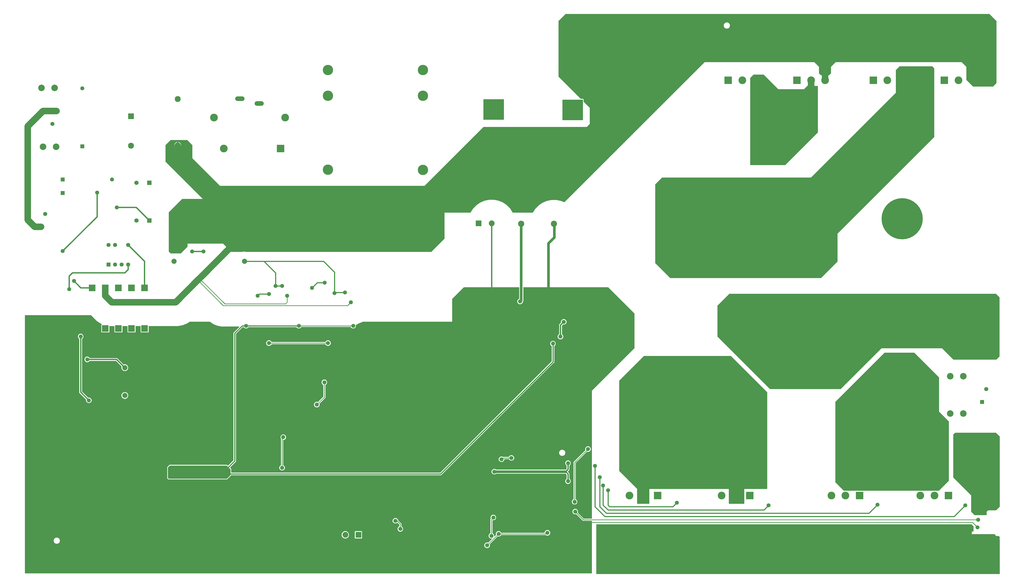
<source format=gbr>
G04 EAGLE Gerber RS-274X export*
G75*
%MOMM*%
%FSLAX34Y34*%
%LPD*%
%INBottom Copper*%
%IPPOS*%
%AMOC8*
5,1,8,0,0,1.08239X$1,22.5*%
G01*
%ADD10C,2.000000*%
%ADD11R,1.676400X1.676400*%
%ADD12C,1.676400*%
%ADD13R,1.550000X1.550000*%
%ADD14C,1.550000*%
%ADD15R,1.600000X1.600000*%
%ADD16C,1.600000*%
%ADD17R,3.000000X3.000000*%
%ADD18C,3.000000*%
%ADD19C,2.400000*%
%ADD20C,16.000000*%
%ADD21R,2.540000X2.540000*%
%ADD22C,1.800000*%
%ADD23C,2.540000*%
%ADD24C,2.200000*%
%ADD25C,2.250000*%
%ADD26C,4.016000*%
%ADD27R,2.300000X2.300000*%
%ADD28C,2.300000*%
%ADD29R,2.250000X2.250000*%
%ADD30R,8.000000X8.000000*%
%ADD31C,2.540000*%
%ADD32C,0.508000*%
%ADD33C,0.254000*%
%ADD34C,1.016000*%
%ADD35C,0.406400*%

G36*
X2209864Y-87640D02*
X2209864Y-87640D01*
X2209928Y-87641D01*
X2210003Y-87620D01*
X2210079Y-87609D01*
X2210138Y-87583D01*
X2210200Y-87566D01*
X2210266Y-87525D01*
X2210336Y-87493D01*
X2210385Y-87451D01*
X2210440Y-87418D01*
X2210492Y-87360D01*
X2210550Y-87310D01*
X2210586Y-87256D01*
X2210629Y-87208D01*
X2210662Y-87139D01*
X2210705Y-87074D01*
X2210724Y-87012D01*
X2210752Y-86955D01*
X2210763Y-86885D01*
X2210787Y-86804D01*
X2210788Y-86719D01*
X2210799Y-86650D01*
X2210799Y115380D01*
X2210790Y115444D01*
X2210791Y115508D01*
X2210770Y115583D01*
X2210759Y115659D01*
X2210733Y115718D01*
X2210716Y115780D01*
X2210675Y115846D01*
X2210643Y115916D01*
X2210601Y115965D01*
X2210568Y116020D01*
X2210510Y116072D01*
X2210460Y116130D01*
X2210406Y116166D01*
X2210358Y116209D01*
X2210289Y116242D01*
X2210224Y116285D01*
X2210162Y116304D01*
X2210105Y116332D01*
X2210035Y116343D01*
X2209954Y116367D01*
X2209869Y116368D01*
X2209800Y116379D01*
X2176281Y116379D01*
X2150730Y141931D01*
X2150722Y141936D01*
X2150716Y141944D01*
X2150609Y142021D01*
X2150504Y142100D01*
X2150495Y142103D01*
X2150487Y142109D01*
X2150364Y142153D01*
X2150240Y142199D01*
X2150231Y142200D01*
X2150222Y142203D01*
X2150090Y142211D01*
X2149959Y142221D01*
X2149950Y142219D01*
X2149940Y142220D01*
X2149865Y142202D01*
X2149683Y142164D01*
X2149662Y142152D01*
X2149641Y142147D01*
X2148438Y141649D01*
X2144162Y141649D01*
X2140210Y143286D01*
X2137186Y146310D01*
X2135549Y150262D01*
X2135549Y154538D01*
X2137186Y158490D01*
X2140210Y161514D01*
X2144162Y163151D01*
X2148438Y163151D01*
X2152390Y161514D01*
X2155414Y158490D01*
X2157051Y154538D01*
X2157051Y150262D01*
X2156553Y149059D01*
X2156550Y149050D01*
X2156546Y149042D01*
X2156515Y148913D01*
X2156483Y148786D01*
X2156483Y148777D01*
X2156481Y148767D01*
X2156488Y148635D01*
X2156492Y148504D01*
X2156495Y148495D01*
X2156495Y148486D01*
X2156538Y148361D01*
X2156579Y148236D01*
X2156585Y148228D01*
X2156588Y148219D01*
X2156633Y148157D01*
X2156738Y148003D01*
X2156757Y147988D01*
X2156769Y147970D01*
X2179526Y125213D01*
X2179603Y125156D01*
X2179675Y125091D01*
X2179716Y125071D01*
X2179752Y125044D01*
X2179842Y125010D01*
X2179928Y124968D01*
X2179970Y124962D01*
X2180016Y124945D01*
X2180143Y124935D01*
X2180233Y124921D01*
X2209800Y124921D01*
X2209864Y124930D01*
X2209928Y124929D01*
X2210003Y124950D01*
X2210079Y124961D01*
X2210138Y124987D01*
X2210200Y125004D01*
X2210266Y125045D01*
X2210336Y125077D01*
X2210385Y125119D01*
X2210440Y125152D01*
X2210492Y125210D01*
X2210550Y125260D01*
X2210586Y125314D01*
X2210629Y125362D01*
X2210662Y125431D01*
X2210705Y125496D01*
X2210724Y125558D01*
X2210752Y125615D01*
X2210763Y125685D01*
X2210787Y125766D01*
X2210788Y125851D01*
X2210799Y125920D01*
X2210799Y621886D01*
X2375607Y786693D01*
X2375664Y786770D01*
X2375729Y786842D01*
X2375749Y786883D01*
X2375776Y786919D01*
X2375810Y787009D01*
X2375852Y787095D01*
X2375858Y787137D01*
X2375875Y787183D01*
X2375885Y787311D01*
X2375899Y787400D01*
X2375899Y920750D01*
X2375886Y920845D01*
X2375881Y920941D01*
X2375866Y920984D01*
X2375859Y921029D01*
X2375820Y921117D01*
X2375788Y921208D01*
X2375763Y921242D01*
X2375743Y921286D01*
X2375660Y921384D01*
X2375607Y921457D01*
X2274007Y1023057D01*
X2273930Y1023114D01*
X2273858Y1023179D01*
X2273817Y1023199D01*
X2273781Y1023226D01*
X2273691Y1023260D01*
X2273605Y1023302D01*
X2273563Y1023308D01*
X2273517Y1023325D01*
X2273390Y1023335D01*
X2273300Y1023349D01*
X1945830Y1023349D01*
X1945766Y1023340D01*
X1945702Y1023341D01*
X1945627Y1023320D01*
X1945551Y1023309D01*
X1945492Y1023283D01*
X1945430Y1023266D01*
X1945364Y1023225D01*
X1945294Y1023193D01*
X1945245Y1023151D01*
X1945190Y1023118D01*
X1945138Y1023060D01*
X1945080Y1023010D01*
X1945044Y1022956D01*
X1945001Y1022908D01*
X1944968Y1022839D01*
X1944925Y1022774D01*
X1944906Y1022712D01*
X1944878Y1022655D01*
X1944867Y1022585D01*
X1944843Y1022504D01*
X1944842Y1022419D01*
X1944831Y1022350D01*
X1944831Y970123D01*
X1943601Y967153D01*
X1943252Y966804D01*
X1943227Y966770D01*
X1943195Y966743D01*
X1943151Y966669D01*
X1943082Y966578D01*
X1943062Y966523D01*
X1943035Y966480D01*
X1941339Y962385D01*
X1938315Y959361D01*
X1934363Y957724D01*
X1930087Y957724D01*
X1926135Y959361D01*
X1923111Y962385D01*
X1921474Y966337D01*
X1921474Y970613D01*
X1923111Y974565D01*
X1926135Y977589D01*
X1928052Y978383D01*
X1928061Y978388D01*
X1928070Y978391D01*
X1928182Y978460D01*
X1928295Y978527D01*
X1928302Y978534D01*
X1928310Y978539D01*
X1928398Y978637D01*
X1928488Y978733D01*
X1928492Y978741D01*
X1928499Y978748D01*
X1928556Y978866D01*
X1928616Y978984D01*
X1928618Y978993D01*
X1928622Y979002D01*
X1928634Y979078D01*
X1928668Y979261D01*
X1928666Y979285D01*
X1928669Y979306D01*
X1928669Y1022350D01*
X1928660Y1022414D01*
X1928661Y1022478D01*
X1928640Y1022553D01*
X1928629Y1022629D01*
X1928603Y1022688D01*
X1928586Y1022750D01*
X1928545Y1022816D01*
X1928513Y1022886D01*
X1928471Y1022935D01*
X1928438Y1022990D01*
X1928380Y1023042D01*
X1928330Y1023100D01*
X1928276Y1023136D01*
X1928228Y1023179D01*
X1928159Y1023212D01*
X1928094Y1023255D01*
X1928032Y1023274D01*
X1927975Y1023302D01*
X1927905Y1023313D01*
X1927824Y1023337D01*
X1927739Y1023338D01*
X1927670Y1023349D01*
X1714500Y1023349D01*
X1714405Y1023336D01*
X1714309Y1023331D01*
X1714266Y1023316D01*
X1714221Y1023309D01*
X1714133Y1023270D01*
X1714042Y1023238D01*
X1714008Y1023213D01*
X1713964Y1023193D01*
X1713867Y1023110D01*
X1713793Y1023057D01*
X1669343Y978607D01*
X1669286Y978530D01*
X1669221Y978458D01*
X1669201Y978417D01*
X1669174Y978381D01*
X1669140Y978291D01*
X1669098Y978205D01*
X1669092Y978163D01*
X1669075Y978117D01*
X1669065Y977990D01*
X1669051Y977900D01*
X1669051Y889999D01*
X1322072Y889999D01*
X1321938Y889980D01*
X1321797Y889961D01*
X1321795Y889960D01*
X1321793Y889959D01*
X1321536Y889843D01*
X1321527Y889835D01*
X1321517Y889831D01*
X1317920Y887427D01*
X1303918Y881627D01*
X1303822Y881571D01*
X1303745Y881535D01*
X1302151Y880470D01*
X1296200Y878005D01*
X1296144Y877972D01*
X1296085Y877948D01*
X1296024Y877901D01*
X1295957Y877861D01*
X1295913Y877814D01*
X1295862Y877775D01*
X1295817Y877712D01*
X1295764Y877656D01*
X1295735Y877598D01*
X1295697Y877546D01*
X1295671Y877473D01*
X1295636Y877404D01*
X1295624Y877341D01*
X1295603Y877280D01*
X1295598Y877203D01*
X1295584Y877127D01*
X1295590Y877063D01*
X1295586Y876999D01*
X1295603Y876931D01*
X1295611Y876846D01*
X1295642Y876768D01*
X1295659Y876699D01*
X1295991Y875898D01*
X1295991Y871622D01*
X1294354Y867670D01*
X1291330Y864646D01*
X1287378Y863009D01*
X1283102Y863009D01*
X1279150Y864646D01*
X1276126Y867670D01*
X1275628Y868872D01*
X1275623Y868881D01*
X1275621Y868890D01*
X1275551Y869002D01*
X1275484Y869115D01*
X1275477Y869122D01*
X1275472Y869130D01*
X1275374Y869218D01*
X1275279Y869308D01*
X1275270Y869312D01*
X1275263Y869319D01*
X1275145Y869376D01*
X1275027Y869436D01*
X1275018Y869438D01*
X1275009Y869442D01*
X1274934Y869454D01*
X1274750Y869488D01*
X1274726Y869486D01*
X1274705Y869489D01*
X1084955Y869489D01*
X1084946Y869488D01*
X1084936Y869489D01*
X1084806Y869468D01*
X1084676Y869449D01*
X1084667Y869446D01*
X1084658Y869444D01*
X1084539Y869387D01*
X1084419Y869333D01*
X1084412Y869327D01*
X1084403Y869323D01*
X1084305Y869235D01*
X1084205Y869150D01*
X1084200Y869142D01*
X1084193Y869136D01*
X1084153Y869070D01*
X1084050Y868914D01*
X1084043Y868891D01*
X1084032Y868872D01*
X1083534Y867670D01*
X1080510Y864646D01*
X1076558Y863009D01*
X1072282Y863009D01*
X1068330Y864646D01*
X1065306Y867670D01*
X1065124Y868110D01*
X1065119Y868119D01*
X1065116Y868128D01*
X1065047Y868240D01*
X1064980Y868353D01*
X1064973Y868360D01*
X1064968Y868368D01*
X1064870Y868456D01*
X1064774Y868546D01*
X1064766Y868550D01*
X1064759Y868557D01*
X1064640Y868614D01*
X1064523Y868674D01*
X1064513Y868676D01*
X1064505Y868680D01*
X1064429Y868692D01*
X1064246Y868726D01*
X1064222Y868724D01*
X1064200Y868727D01*
X880170Y868727D01*
X880160Y868726D01*
X880151Y868727D01*
X880021Y868706D01*
X879890Y868687D01*
X879882Y868684D01*
X879872Y868682D01*
X879753Y868625D01*
X879633Y868571D01*
X879626Y868565D01*
X879618Y868561D01*
X879519Y868473D01*
X879419Y868388D01*
X879414Y868380D01*
X879407Y868374D01*
X879367Y868308D01*
X879265Y868152D01*
X879258Y868129D01*
X879246Y868110D01*
X879064Y867670D01*
X876040Y864646D01*
X872088Y863009D01*
X867812Y863009D01*
X863860Y864646D01*
X860836Y867670D01*
X860654Y868110D01*
X860649Y868118D01*
X860646Y868128D01*
X860577Y868240D01*
X860510Y868353D01*
X860503Y868360D01*
X860498Y868368D01*
X860400Y868456D01*
X860304Y868546D01*
X860296Y868550D01*
X860289Y868557D01*
X860170Y868614D01*
X860053Y868674D01*
X860044Y868676D01*
X860035Y868680D01*
X859959Y868692D01*
X859776Y868726D01*
X859752Y868724D01*
X859730Y868727D01*
X857209Y868727D01*
X857114Y868714D01*
X857017Y868709D01*
X856974Y868694D01*
X856929Y868687D01*
X856842Y868648D01*
X856751Y868616D01*
X856717Y868591D01*
X856672Y868571D01*
X856575Y868488D01*
X856502Y868435D01*
X830825Y842758D01*
X830768Y842681D01*
X830703Y842610D01*
X830683Y842569D01*
X830656Y842532D01*
X830622Y842442D01*
X830580Y842356D01*
X830574Y842314D01*
X830557Y842269D01*
X830547Y842141D01*
X830533Y842051D01*
X830533Y347165D01*
X807571Y324204D01*
X807533Y324152D01*
X807486Y324108D01*
X807448Y324040D01*
X807402Y323978D01*
X807379Y323918D01*
X807347Y323862D01*
X807330Y323787D01*
X807302Y323714D01*
X807297Y323650D01*
X807283Y323588D01*
X807286Y323510D01*
X807280Y323433D01*
X807294Y323370D01*
X807297Y323306D01*
X807322Y323233D01*
X807338Y323157D01*
X807368Y323100D01*
X807389Y323040D01*
X807431Y322983D01*
X807471Y322908D01*
X807530Y322847D01*
X807571Y322791D01*
X812626Y317736D01*
X812626Y304482D01*
X812635Y304418D01*
X812634Y304354D01*
X812655Y304279D01*
X812666Y304203D01*
X812692Y304144D01*
X812709Y304082D01*
X812750Y304016D01*
X812782Y303946D01*
X812824Y303897D01*
X812857Y303842D01*
X812915Y303790D01*
X812965Y303732D01*
X813019Y303696D01*
X813067Y303653D01*
X813136Y303620D01*
X813201Y303577D01*
X813263Y303558D01*
X813320Y303530D01*
X813390Y303519D01*
X813471Y303495D01*
X813556Y303494D01*
X813625Y303483D01*
X1621831Y303483D01*
X1621926Y303496D01*
X1622023Y303501D01*
X1622066Y303516D01*
X1622111Y303523D01*
X1622198Y303562D01*
X1622289Y303594D01*
X1622323Y303619D01*
X1622368Y303639D01*
X1622465Y303722D01*
X1622538Y303775D01*
X2054615Y735852D01*
X2054672Y735929D01*
X2054737Y736000D01*
X2054757Y736041D01*
X2054784Y736078D01*
X2054818Y736168D01*
X2054860Y736254D01*
X2054866Y736296D01*
X2054883Y736341D01*
X2054893Y736469D01*
X2054907Y736559D01*
X2054907Y794280D01*
X2054906Y794290D01*
X2054907Y794299D01*
X2054886Y794429D01*
X2054867Y794560D01*
X2054864Y794568D01*
X2054862Y794578D01*
X2054805Y794697D01*
X2054751Y794817D01*
X2054745Y794824D01*
X2054741Y794832D01*
X2054653Y794931D01*
X2054568Y795031D01*
X2054560Y795036D01*
X2054554Y795043D01*
X2054488Y795083D01*
X2054332Y795185D01*
X2054309Y795192D01*
X2054290Y795204D01*
X2053850Y795386D01*
X2050826Y798410D01*
X2049189Y802362D01*
X2049189Y806638D01*
X2050826Y810590D01*
X2053850Y813614D01*
X2057802Y815251D01*
X2062078Y815251D01*
X2066030Y813614D01*
X2069054Y810590D01*
X2070691Y806638D01*
X2070691Y802362D01*
X2069054Y798410D01*
X2066030Y795386D01*
X2065590Y795204D01*
X2065582Y795199D01*
X2065572Y795196D01*
X2065460Y795127D01*
X2065347Y795060D01*
X2065340Y795053D01*
X2065332Y795048D01*
X2065244Y794950D01*
X2065154Y794854D01*
X2065150Y794846D01*
X2065143Y794839D01*
X2065086Y794720D01*
X2065026Y794603D01*
X2065024Y794594D01*
X2065020Y794585D01*
X2065008Y794509D01*
X2064974Y794326D01*
X2064976Y794302D01*
X2064973Y794280D01*
X2064973Y731975D01*
X2061732Y728735D01*
X1629655Y296658D01*
X1626415Y293417D01*
X813323Y293417D01*
X813228Y293404D01*
X813132Y293399D01*
X813089Y293384D01*
X813044Y293377D01*
X812956Y293338D01*
X812865Y293306D01*
X812831Y293281D01*
X812787Y293261D01*
X812689Y293178D01*
X812616Y293125D01*
X810203Y290712D01*
X810203Y290711D01*
X796526Y277034D01*
X568724Y277034D01*
X564054Y281704D01*
X564054Y325356D01*
X572534Y333836D01*
X796526Y333836D01*
X798948Y331414D01*
X798948Y331413D01*
X799040Y331321D01*
X799092Y331283D01*
X799137Y331236D01*
X799167Y331219D01*
X799181Y331207D01*
X799214Y331191D01*
X799266Y331152D01*
X799326Y331129D01*
X799382Y331097D01*
X799430Y331086D01*
X799435Y331084D01*
X799447Y331082D01*
X799458Y331080D01*
X799530Y331052D01*
X799594Y331047D01*
X799657Y331033D01*
X799734Y331036D01*
X799811Y331030D01*
X799874Y331044D01*
X799938Y331047D01*
X800011Y331072D01*
X800023Y331075D01*
X800034Y331076D01*
X800037Y331078D01*
X800087Y331088D01*
X800144Y331118D01*
X800205Y331139D01*
X800255Y331176D01*
X800291Y331193D01*
X800304Y331203D01*
X800336Y331220D01*
X800397Y331280D01*
X800454Y331321D01*
X820175Y351042D01*
X820232Y351119D01*
X820297Y351190D01*
X820317Y351231D01*
X820344Y351268D01*
X820378Y351358D01*
X820420Y351444D01*
X820426Y351486D01*
X820443Y351531D01*
X820453Y351659D01*
X820467Y351749D01*
X820467Y846635D01*
X843346Y869513D01*
X843365Y869539D01*
X843390Y869560D01*
X843450Y869652D01*
X843515Y869739D01*
X843527Y869769D01*
X843544Y869796D01*
X843576Y869901D01*
X843615Y870003D01*
X843617Y870035D01*
X843627Y870066D01*
X843628Y870175D01*
X843637Y870284D01*
X843630Y870316D01*
X843631Y870348D01*
X843601Y870453D01*
X843579Y870560D01*
X843564Y870589D01*
X843555Y870620D01*
X843498Y870713D01*
X843447Y870809D01*
X843424Y870832D01*
X843407Y870860D01*
X843326Y870933D01*
X843250Y871011D01*
X843222Y871027D01*
X843198Y871049D01*
X843100Y871096D01*
X843004Y871150D01*
X842973Y871158D01*
X842944Y871172D01*
X842855Y871186D01*
X842730Y871215D01*
X842682Y871213D01*
X842640Y871219D01*
X773045Y871219D01*
X757341Y874343D01*
X742549Y880470D01*
X729237Y889365D01*
X728895Y889707D01*
X728818Y889764D01*
X728747Y889829D01*
X728706Y889849D01*
X728670Y889876D01*
X728580Y889910D01*
X728493Y889952D01*
X728451Y889958D01*
X728406Y889975D01*
X728278Y889985D01*
X728189Y889999D01*
X651532Y889999D01*
X651398Y889980D01*
X651257Y889961D01*
X651255Y889960D01*
X651253Y889959D01*
X650996Y889843D01*
X650987Y889835D01*
X650977Y889831D01*
X640815Y883041D01*
X623943Y876052D01*
X606031Y872489D01*
X492950Y872489D01*
X492886Y872480D01*
X492822Y872481D01*
X492747Y872460D01*
X492671Y872449D01*
X492612Y872423D01*
X492550Y872406D01*
X492484Y872365D01*
X492414Y872333D01*
X492365Y872291D01*
X492310Y872258D01*
X492258Y872200D01*
X492200Y872150D01*
X492164Y872096D01*
X492121Y872048D01*
X492088Y871979D01*
X492045Y871914D01*
X492026Y871852D01*
X491998Y871795D01*
X491987Y871725D01*
X491963Y871644D01*
X491962Y871559D01*
X491951Y871490D01*
X491951Y849657D01*
X490193Y847899D01*
X462307Y847899D01*
X460549Y849657D01*
X460549Y871490D01*
X460540Y871554D01*
X460541Y871618D01*
X460520Y871693D01*
X460509Y871769D01*
X460483Y871828D01*
X460466Y871890D01*
X460425Y871956D01*
X460393Y872026D01*
X460351Y872075D01*
X460318Y872130D01*
X460260Y872182D01*
X460210Y872240D01*
X460156Y872276D01*
X460108Y872319D01*
X460039Y872352D01*
X459974Y872395D01*
X459912Y872414D01*
X459855Y872442D01*
X459785Y872453D01*
X459704Y872477D01*
X459619Y872478D01*
X459550Y872489D01*
X442150Y872489D01*
X442086Y872480D01*
X442022Y872481D01*
X441947Y872460D01*
X441871Y872449D01*
X441812Y872423D01*
X441750Y872406D01*
X441684Y872365D01*
X441614Y872333D01*
X441565Y872291D01*
X441510Y872258D01*
X441458Y872200D01*
X441400Y872150D01*
X441364Y872096D01*
X441321Y872048D01*
X441288Y871979D01*
X441245Y871914D01*
X441226Y871852D01*
X441198Y871795D01*
X441187Y871725D01*
X441163Y871644D01*
X441162Y871559D01*
X441151Y871490D01*
X441151Y849657D01*
X439393Y847899D01*
X411507Y847899D01*
X409749Y849657D01*
X409749Y871490D01*
X409740Y871554D01*
X409741Y871618D01*
X409720Y871693D01*
X409709Y871769D01*
X409683Y871828D01*
X409666Y871890D01*
X409625Y871956D01*
X409593Y872026D01*
X409551Y872075D01*
X409518Y872130D01*
X409460Y872182D01*
X409410Y872240D01*
X409356Y872276D01*
X409308Y872319D01*
X409239Y872352D01*
X409174Y872395D01*
X409112Y872414D01*
X409055Y872442D01*
X408985Y872453D01*
X408904Y872477D01*
X408819Y872478D01*
X408750Y872489D01*
X391350Y872489D01*
X391286Y872480D01*
X391222Y872481D01*
X391147Y872460D01*
X391071Y872449D01*
X391012Y872423D01*
X390950Y872406D01*
X390884Y872365D01*
X390814Y872333D01*
X390765Y872291D01*
X390710Y872258D01*
X390658Y872200D01*
X390600Y872150D01*
X390564Y872096D01*
X390521Y872048D01*
X390488Y871979D01*
X390445Y871914D01*
X390426Y871852D01*
X390398Y871795D01*
X390387Y871725D01*
X390363Y871644D01*
X390362Y871559D01*
X390351Y871490D01*
X390351Y849657D01*
X388593Y847899D01*
X360707Y847899D01*
X358949Y849657D01*
X358949Y871490D01*
X358940Y871554D01*
X358941Y871618D01*
X358920Y871693D01*
X358909Y871769D01*
X358883Y871828D01*
X358866Y871890D01*
X358825Y871956D01*
X358793Y872026D01*
X358751Y872075D01*
X358718Y872130D01*
X358660Y872182D01*
X358610Y872240D01*
X358556Y872276D01*
X358508Y872319D01*
X358439Y872352D01*
X358374Y872395D01*
X358312Y872414D01*
X358255Y872442D01*
X358185Y872453D01*
X358104Y872477D01*
X358019Y872478D01*
X357950Y872489D01*
X340550Y872489D01*
X340486Y872480D01*
X340422Y872481D01*
X340347Y872460D01*
X340271Y872449D01*
X340212Y872423D01*
X340150Y872406D01*
X340084Y872365D01*
X340014Y872333D01*
X339965Y872291D01*
X339910Y872258D01*
X339858Y872200D01*
X339800Y872150D01*
X339764Y872096D01*
X339721Y872048D01*
X339688Y871979D01*
X339645Y871914D01*
X339626Y871852D01*
X339598Y871795D01*
X339587Y871725D01*
X339563Y871644D01*
X339562Y871559D01*
X339551Y871490D01*
X339551Y849657D01*
X337793Y847899D01*
X309907Y847899D01*
X308149Y849657D01*
X308149Y877543D01*
X310155Y879549D01*
X310226Y879644D01*
X310302Y879735D01*
X310311Y879756D01*
X310324Y879774D01*
X310366Y879885D01*
X310413Y879994D01*
X310416Y880017D01*
X310424Y880038D01*
X310433Y880156D01*
X310448Y880274D01*
X310444Y880297D01*
X310446Y880319D01*
X310422Y880435D01*
X310403Y880553D01*
X310393Y880573D01*
X310388Y880595D01*
X310333Y880700D01*
X310282Y880807D01*
X310266Y880824D01*
X310256Y880844D01*
X310173Y880929D01*
X310094Y881018D01*
X310076Y881029D01*
X310059Y881047D01*
X309897Y881138D01*
X309831Y881179D01*
X305335Y883041D01*
X290150Y893187D01*
X277167Y906170D01*
X268231Y915107D01*
X268154Y915164D01*
X268082Y915229D01*
X268041Y915249D01*
X268005Y915276D01*
X267915Y915310D01*
X267829Y915352D01*
X267787Y915358D01*
X267741Y915375D01*
X267614Y915385D01*
X267524Y915399D01*
X12700Y915399D01*
X12636Y915390D01*
X12572Y915391D01*
X12497Y915370D01*
X12421Y915359D01*
X12362Y915333D01*
X12300Y915316D01*
X12234Y915275D01*
X12164Y915243D01*
X12115Y915201D01*
X12060Y915168D01*
X12008Y915110D01*
X11950Y915060D01*
X11914Y915006D01*
X11871Y914958D01*
X11838Y914889D01*
X11795Y914824D01*
X11776Y914762D01*
X11748Y914705D01*
X11737Y914635D01*
X11713Y914554D01*
X11712Y914469D01*
X11701Y914400D01*
X11701Y-86650D01*
X11710Y-86714D01*
X11709Y-86778D01*
X11730Y-86853D01*
X11741Y-86929D01*
X11767Y-86988D01*
X11784Y-87050D01*
X11825Y-87116D01*
X11857Y-87186D01*
X11899Y-87235D01*
X11932Y-87290D01*
X11990Y-87342D01*
X12040Y-87400D01*
X12094Y-87436D01*
X12142Y-87479D01*
X12211Y-87512D01*
X12276Y-87555D01*
X12338Y-87574D01*
X12395Y-87602D01*
X12465Y-87613D01*
X12546Y-87637D01*
X12631Y-87638D01*
X12700Y-87649D01*
X2209800Y-87649D01*
X2209864Y-87640D01*
G37*
G36*
X616048Y1154443D02*
X616048Y1154443D01*
X616147Y1154446D01*
X616205Y1154463D01*
X616266Y1154471D01*
X616358Y1154507D01*
X616453Y1154535D01*
X616505Y1154565D01*
X616561Y1154588D01*
X616641Y1154646D01*
X616727Y1154696D01*
X616802Y1154762D01*
X616819Y1154774D01*
X616826Y1154784D01*
X616848Y1154803D01*
X642248Y1180203D01*
X642308Y1180281D01*
X642376Y1180353D01*
X642401Y1180398D01*
X642406Y1180404D01*
X642410Y1180412D01*
X642442Y1180454D01*
X642482Y1180545D01*
X642530Y1180631D01*
X642545Y1180690D01*
X642569Y1180746D01*
X642584Y1180844D01*
X642609Y1180939D01*
X642615Y1181039D01*
X642619Y1181060D01*
X642617Y1181072D01*
X642619Y1181100D01*
X642619Y1192531D01*
X780524Y1192531D01*
X811903Y1161153D01*
X811981Y1161092D01*
X812053Y1161024D01*
X812106Y1160995D01*
X812154Y1160958D01*
X812245Y1160918D01*
X812331Y1160870D01*
X812390Y1160855D01*
X812446Y1160831D01*
X812544Y1160816D01*
X812639Y1160791D01*
X812739Y1160785D01*
X812760Y1160781D01*
X812772Y1160783D01*
X812800Y1160781D01*
X857321Y1160781D01*
X857341Y1160783D01*
X857361Y1160781D01*
X857498Y1160803D01*
X857637Y1160821D01*
X857655Y1160828D01*
X857675Y1160831D01*
X857803Y1160886D01*
X857932Y1160938D01*
X857948Y1160949D01*
X857967Y1160957D01*
X858077Y1161043D01*
X858190Y1161124D01*
X858202Y1161140D01*
X858218Y1161152D01*
X858303Y1161262D01*
X858392Y1161369D01*
X858401Y1161388D01*
X858413Y1161403D01*
X858469Y1161531D01*
X858528Y1161657D01*
X858532Y1161677D01*
X858540Y1161695D01*
X858562Y1161833D01*
X858588Y1161970D01*
X858586Y1161989D01*
X858590Y1162009D01*
X858577Y1162148D01*
X858568Y1162287D01*
X858562Y1162306D01*
X858560Y1162326D01*
X858513Y1162457D01*
X858470Y1162589D01*
X858459Y1162606D01*
X858453Y1162625D01*
X858374Y1162740D01*
X858300Y1162858D01*
X858285Y1162872D01*
X858274Y1162888D01*
X858170Y1162980D01*
X858068Y1163076D01*
X858051Y1163086D01*
X858036Y1163099D01*
X857897Y1163181D01*
X857027Y1163624D01*
X855430Y1164784D01*
X854034Y1166180D01*
X852874Y1167777D01*
X851978Y1169536D01*
X851368Y1171413D01*
X851299Y1171851D01*
X862370Y1171851D01*
X862488Y1171866D01*
X862607Y1171873D01*
X862645Y1171885D01*
X862685Y1171891D01*
X862796Y1171934D01*
X862909Y1171971D01*
X862943Y1171993D01*
X862981Y1172008D01*
X863077Y1172077D01*
X863178Y1172141D01*
X863206Y1172171D01*
X863238Y1172194D01*
X863314Y1172286D01*
X863396Y1172373D01*
X863415Y1172408D01*
X863441Y1172439D01*
X863492Y1172547D01*
X863549Y1172651D01*
X863559Y1172691D01*
X863577Y1172727D01*
X863597Y1172834D01*
X863601Y1172804D01*
X863645Y1172694D01*
X863681Y1172581D01*
X863703Y1172546D01*
X863718Y1172509D01*
X863788Y1172412D01*
X863851Y1172312D01*
X863881Y1172284D01*
X863905Y1172251D01*
X863996Y1172175D01*
X864083Y1172094D01*
X864118Y1172074D01*
X864150Y1172049D01*
X864257Y1171998D01*
X864362Y1171940D01*
X864401Y1171930D01*
X864437Y1171913D01*
X864554Y1171891D01*
X864670Y1171861D01*
X864730Y1171857D01*
X864750Y1171853D01*
X864770Y1171855D01*
X864830Y1171851D01*
X875901Y1171851D01*
X875832Y1171413D01*
X875222Y1169536D01*
X874326Y1167777D01*
X873166Y1166180D01*
X871770Y1164784D01*
X870173Y1163624D01*
X869303Y1163181D01*
X869286Y1163170D01*
X869268Y1163162D01*
X869155Y1163081D01*
X869040Y1163002D01*
X869027Y1162987D01*
X869010Y1162976D01*
X868921Y1162868D01*
X868829Y1162764D01*
X868820Y1162746D01*
X868808Y1162731D01*
X868748Y1162605D01*
X868685Y1162480D01*
X868681Y1162461D01*
X868672Y1162443D01*
X868646Y1162306D01*
X868615Y1162170D01*
X868616Y1162150D01*
X868612Y1162131D01*
X868621Y1161992D01*
X868625Y1161852D01*
X868631Y1161833D01*
X868632Y1161813D01*
X868675Y1161681D01*
X868714Y1161547D01*
X868724Y1161530D01*
X868730Y1161511D01*
X868805Y1161393D01*
X868875Y1161273D01*
X868890Y1161259D01*
X868900Y1161242D01*
X869002Y1161146D01*
X869100Y1161048D01*
X869117Y1161038D01*
X869132Y1161024D01*
X869254Y1160957D01*
X869374Y1160886D01*
X869393Y1160880D01*
X869410Y1160870D01*
X869545Y1160836D01*
X869679Y1160797D01*
X869699Y1160796D01*
X869718Y1160791D01*
X869879Y1160781D01*
X1587500Y1160781D01*
X1587598Y1160793D01*
X1587697Y1160796D01*
X1587755Y1160813D01*
X1587816Y1160821D01*
X1587908Y1160857D01*
X1588003Y1160885D01*
X1588055Y1160915D01*
X1588111Y1160938D01*
X1588191Y1160996D01*
X1588277Y1161046D01*
X1588352Y1161112D01*
X1588369Y1161124D01*
X1588376Y1161134D01*
X1588398Y1161153D01*
X1639198Y1211953D01*
X1639258Y1212031D01*
X1639326Y1212103D01*
X1639355Y1212156D01*
X1639392Y1212204D01*
X1639432Y1212295D01*
X1639480Y1212381D01*
X1639495Y1212440D01*
X1639519Y1212496D01*
X1639534Y1212594D01*
X1639559Y1212689D01*
X1639565Y1212789D01*
X1639569Y1212810D01*
X1639567Y1212822D01*
X1639569Y1212850D01*
X1639569Y1313181D01*
X1739863Y1313181D01*
X1739892Y1313184D01*
X1739922Y1313182D01*
X1740050Y1313204D01*
X1740178Y1313221D01*
X1740206Y1313231D01*
X1740235Y1313237D01*
X1740353Y1313290D01*
X1740474Y1313338D01*
X1740498Y1313355D01*
X1740525Y1313367D01*
X1740626Y1313448D01*
X1740731Y1313524D01*
X1740750Y1313547D01*
X1740773Y1313566D01*
X1740851Y1313669D01*
X1740934Y1313769D01*
X1740947Y1313796D01*
X1740965Y1313820D01*
X1741035Y1313964D01*
X1741362Y1314752D01*
X1751349Y1329699D01*
X1764061Y1342411D01*
X1779008Y1352398D01*
X1795616Y1359278D01*
X1813248Y1362785D01*
X1831224Y1362785D01*
X1848856Y1359278D01*
X1865464Y1352398D01*
X1880411Y1342411D01*
X1893123Y1329699D01*
X1903110Y1314752D01*
X1903437Y1313964D01*
X1903451Y1313939D01*
X1903460Y1313911D01*
X1903530Y1313801D01*
X1903594Y1313688D01*
X1903615Y1313667D01*
X1903630Y1313642D01*
X1903725Y1313553D01*
X1903815Y1313460D01*
X1903841Y1313444D01*
X1903862Y1313424D01*
X1903976Y1313361D01*
X1904087Y1313293D01*
X1904115Y1313285D01*
X1904141Y1313270D01*
X1904266Y1313238D01*
X1904390Y1313200D01*
X1904420Y1313198D01*
X1904449Y1313191D01*
X1904609Y1313181D01*
X1981264Y1313181D01*
X1981328Y1313189D01*
X1981392Y1313187D01*
X1981485Y1313209D01*
X1981579Y1313221D01*
X1981639Y1313244D01*
X1981702Y1313259D01*
X1981786Y1313303D01*
X1981875Y1313338D01*
X1981927Y1313375D01*
X1981984Y1313405D01*
X1982055Y1313469D01*
X1982132Y1313524D01*
X1982173Y1313574D01*
X1982221Y1313617D01*
X1982319Y1313745D01*
X1992281Y1328653D01*
X2005097Y1341469D01*
X2020167Y1351539D01*
X2036911Y1358475D01*
X2054688Y1362011D01*
X2072812Y1362011D01*
X2090589Y1358475D01*
X2103227Y1353240D01*
X2103255Y1353232D01*
X2103282Y1353219D01*
X2103408Y1353190D01*
X2103534Y1353156D01*
X2103563Y1353155D01*
X2103592Y1353149D01*
X2103722Y1353153D01*
X2103851Y1353151D01*
X2103880Y1353158D01*
X2103910Y1353159D01*
X2104034Y1353195D01*
X2104161Y1353225D01*
X2104187Y1353239D01*
X2104215Y1353247D01*
X2104327Y1353313D01*
X2104442Y1353374D01*
X2104464Y1353394D01*
X2104489Y1353409D01*
X2104610Y1353515D01*
X2648476Y1897381D01*
X3072874Y1897381D01*
X3091181Y1879074D01*
X3091181Y1854200D01*
X3091193Y1854102D01*
X3091196Y1854003D01*
X3091213Y1853945D01*
X3091221Y1853884D01*
X3091257Y1853792D01*
X3091285Y1853697D01*
X3091315Y1853645D01*
X3091338Y1853589D01*
X3091396Y1853509D01*
X3091446Y1853423D01*
X3091512Y1853348D01*
X3091524Y1853331D01*
X3091534Y1853324D01*
X3091553Y1853303D01*
X3097903Y1846953D01*
X3097981Y1846892D01*
X3098053Y1846824D01*
X3098106Y1846795D01*
X3098154Y1846758D01*
X3098245Y1846718D01*
X3098331Y1846670D01*
X3098390Y1846655D01*
X3098446Y1846631D01*
X3098544Y1846616D01*
X3098639Y1846591D01*
X3098739Y1846585D01*
X3098760Y1846581D01*
X3098772Y1846583D01*
X3098800Y1846581D01*
X3130550Y1846581D01*
X3130648Y1846593D01*
X3130747Y1846596D01*
X3130805Y1846613D01*
X3130866Y1846621D01*
X3130958Y1846657D01*
X3131053Y1846685D01*
X3131105Y1846715D01*
X3131161Y1846738D01*
X3131241Y1846796D01*
X3131327Y1846846D01*
X3131402Y1846912D01*
X3131419Y1846924D01*
X3131426Y1846934D01*
X3131448Y1846953D01*
X3137798Y1853303D01*
X3137858Y1853381D01*
X3137926Y1853453D01*
X3137955Y1853506D01*
X3137992Y1853554D01*
X3138032Y1853645D01*
X3138080Y1853731D01*
X3138095Y1853790D01*
X3138119Y1853846D01*
X3138134Y1853944D01*
X3138159Y1854039D01*
X3138165Y1854139D01*
X3138169Y1854160D01*
X3138167Y1854172D01*
X3138169Y1854200D01*
X3138169Y1879074D01*
X3156476Y1897381D01*
X3644374Y1897381D01*
X3662681Y1879074D01*
X3662681Y1832727D01*
X3662692Y1832642D01*
X3662692Y1832556D01*
X3662719Y1832422D01*
X3662721Y1832411D01*
X3662722Y1832407D01*
X3662724Y1832398D01*
X3663203Y1830612D01*
X3663203Y1828278D01*
X3663215Y1828180D01*
X3663218Y1828081D01*
X3663235Y1828023D01*
X3663243Y1827962D01*
X3663279Y1827870D01*
X3663307Y1827775D01*
X3663337Y1827723D01*
X3663360Y1827667D01*
X3663418Y1827587D01*
X3663468Y1827501D01*
X3663534Y1827426D01*
X3663546Y1827409D01*
X3663556Y1827402D01*
X3663574Y1827381D01*
X3688453Y1802503D01*
X3688531Y1802442D01*
X3688603Y1802374D01*
X3688656Y1802345D01*
X3688704Y1802308D01*
X3688795Y1802268D01*
X3688881Y1802220D01*
X3688940Y1802205D01*
X3688996Y1802181D01*
X3689094Y1802166D01*
X3689189Y1802141D01*
X3689289Y1802135D01*
X3689310Y1802131D01*
X3689322Y1802133D01*
X3689350Y1802131D01*
X3765550Y1802131D01*
X3765648Y1802143D01*
X3765747Y1802146D01*
X3765805Y1802163D01*
X3765866Y1802171D01*
X3765958Y1802207D01*
X3766053Y1802235D01*
X3766105Y1802265D01*
X3766161Y1802288D01*
X3766241Y1802346D01*
X3766327Y1802396D01*
X3766402Y1802462D01*
X3766419Y1802474D01*
X3766426Y1802484D01*
X3766448Y1802503D01*
X3779148Y1815203D01*
X3779208Y1815281D01*
X3779276Y1815353D01*
X3779305Y1815406D01*
X3779342Y1815454D01*
X3779382Y1815545D01*
X3779430Y1815631D01*
X3779445Y1815690D01*
X3779469Y1815746D01*
X3779484Y1815844D01*
X3779509Y1815939D01*
X3779515Y1816039D01*
X3779519Y1816060D01*
X3779517Y1816072D01*
X3779519Y1816100D01*
X3779519Y2057400D01*
X3779507Y2057498D01*
X3779504Y2057597D01*
X3779487Y2057655D01*
X3779479Y2057716D01*
X3779443Y2057808D01*
X3779415Y2057903D01*
X3779385Y2057955D01*
X3779362Y2058011D01*
X3779304Y2058091D01*
X3779254Y2058177D01*
X3779188Y2058252D01*
X3779176Y2058269D01*
X3779166Y2058276D01*
X3779148Y2058298D01*
X3753748Y2083698D01*
X3753669Y2083758D01*
X3753597Y2083826D01*
X3753544Y2083855D01*
X3753496Y2083892D01*
X3753405Y2083932D01*
X3753319Y2083980D01*
X3753260Y2083995D01*
X3753204Y2084019D01*
X3753106Y2084034D01*
X3753011Y2084059D01*
X3752911Y2084065D01*
X3752890Y2084069D01*
X3752878Y2084067D01*
X3752850Y2084069D01*
X2108200Y2084069D01*
X2108102Y2084057D01*
X2108003Y2084054D01*
X2107945Y2084037D01*
X2107884Y2084029D01*
X2107792Y2083993D01*
X2107697Y2083965D01*
X2107645Y2083935D01*
X2107589Y2083912D01*
X2107509Y2083854D01*
X2107423Y2083804D01*
X2107348Y2083738D01*
X2107331Y2083726D01*
X2107324Y2083716D01*
X2107303Y2083698D01*
X2081903Y2058298D01*
X2081842Y2058219D01*
X2081774Y2058147D01*
X2081745Y2058094D01*
X2081708Y2058046D01*
X2081668Y2057955D01*
X2081620Y2057869D01*
X2081605Y2057810D01*
X2081581Y2057754D01*
X2081566Y2057656D01*
X2081541Y2057561D01*
X2081535Y2057461D01*
X2081531Y2057440D01*
X2081533Y2057428D01*
X2081531Y2057400D01*
X2081531Y1841500D01*
X2081543Y1841402D01*
X2081546Y1841303D01*
X2081563Y1841245D01*
X2081571Y1841184D01*
X2081607Y1841092D01*
X2081635Y1840997D01*
X2081665Y1840945D01*
X2081688Y1840889D01*
X2081746Y1840809D01*
X2081796Y1840723D01*
X2081862Y1840648D01*
X2081874Y1840631D01*
X2081884Y1840624D01*
X2081903Y1840603D01*
X2167173Y1755332D01*
X2167251Y1755272D01*
X2167323Y1755204D01*
X2167376Y1755175D01*
X2167424Y1755138D01*
X2167515Y1755098D01*
X2167601Y1755050D01*
X2167660Y1755035D01*
X2167716Y1755011D01*
X2167814Y1754996D01*
X2167909Y1754971D01*
X2168009Y1754965D01*
X2168030Y1754961D01*
X2168042Y1754963D01*
X2168070Y1754961D01*
X2177383Y1754961D01*
X2179141Y1753203D01*
X2179141Y1743890D01*
X2179153Y1743792D01*
X2179156Y1743693D01*
X2179173Y1743635D01*
X2179181Y1743574D01*
X2179217Y1743482D01*
X2179245Y1743387D01*
X2179275Y1743335D01*
X2179298Y1743279D01*
X2179356Y1743199D01*
X2179406Y1743113D01*
X2179472Y1743038D01*
X2179484Y1743021D01*
X2179494Y1743014D01*
X2179512Y1742993D01*
X2202181Y1720324D01*
X2202181Y1657876D01*
X2190224Y1645919D01*
X1790700Y1645919D01*
X1790602Y1645907D01*
X1790503Y1645904D01*
X1790445Y1645887D01*
X1790384Y1645879D01*
X1790292Y1645843D01*
X1790197Y1645815D01*
X1790145Y1645785D01*
X1790089Y1645762D01*
X1790009Y1645704D01*
X1789923Y1645654D01*
X1789848Y1645588D01*
X1789831Y1645576D01*
X1789824Y1645566D01*
X1789803Y1645548D01*
X1561574Y1417319D01*
X768876Y1417319D01*
X661669Y1524526D01*
X661669Y1574800D01*
X661657Y1574898D01*
X661654Y1574997D01*
X661637Y1575055D01*
X661629Y1575116D01*
X661593Y1575208D01*
X661565Y1575303D01*
X661535Y1575355D01*
X661512Y1575411D01*
X661454Y1575491D01*
X661404Y1575577D01*
X661338Y1575652D01*
X661326Y1575669D01*
X661316Y1575676D01*
X661298Y1575698D01*
X642248Y1594748D01*
X642169Y1594808D01*
X642097Y1594876D01*
X642044Y1594905D01*
X641996Y1594942D01*
X641905Y1594982D01*
X641819Y1595030D01*
X641760Y1595045D01*
X641704Y1595069D01*
X641606Y1595084D01*
X641511Y1595109D01*
X641411Y1595115D01*
X641390Y1595119D01*
X641378Y1595117D01*
X641350Y1595119D01*
X577850Y1595119D01*
X577752Y1595107D01*
X577653Y1595104D01*
X577595Y1595087D01*
X577534Y1595079D01*
X577442Y1595043D01*
X577347Y1595015D01*
X577295Y1594985D01*
X577239Y1594962D01*
X577159Y1594904D01*
X577073Y1594854D01*
X576998Y1594788D01*
X576981Y1594776D01*
X576974Y1594766D01*
X576953Y1594748D01*
X557903Y1575698D01*
X557842Y1575619D01*
X557774Y1575547D01*
X557745Y1575494D01*
X557708Y1575446D01*
X557668Y1575355D01*
X557620Y1575269D01*
X557605Y1575210D01*
X557581Y1575154D01*
X557566Y1575056D01*
X557541Y1574961D01*
X557535Y1574861D01*
X557531Y1574840D01*
X557533Y1574828D01*
X557531Y1574800D01*
X557531Y1511300D01*
X557543Y1511202D01*
X557546Y1511103D01*
X557563Y1511045D01*
X557571Y1510984D01*
X557607Y1510892D01*
X557635Y1510797D01*
X557665Y1510745D01*
X557688Y1510689D01*
X557746Y1510609D01*
X557796Y1510523D01*
X557862Y1510448D01*
X557874Y1510431D01*
X557884Y1510424D01*
X557903Y1510403D01*
X701786Y1366519D01*
X622300Y1366519D01*
X622202Y1366507D01*
X622103Y1366504D01*
X622045Y1366487D01*
X621984Y1366479D01*
X621892Y1366443D01*
X621797Y1366415D01*
X621745Y1366385D01*
X621689Y1366362D01*
X621609Y1366304D01*
X621523Y1366254D01*
X621448Y1366188D01*
X621431Y1366176D01*
X621424Y1366166D01*
X621403Y1366148D01*
X570603Y1315348D01*
X570542Y1315269D01*
X570474Y1315197D01*
X570445Y1315144D01*
X570408Y1315096D01*
X570368Y1315005D01*
X570320Y1314919D01*
X570305Y1314860D01*
X570281Y1314804D01*
X570266Y1314706D01*
X570241Y1314611D01*
X570235Y1314511D01*
X570231Y1314490D01*
X570233Y1314478D01*
X570231Y1314450D01*
X570231Y1162050D01*
X570243Y1161952D01*
X570246Y1161853D01*
X570256Y1161818D01*
X570257Y1161809D01*
X570264Y1161787D01*
X570271Y1161734D01*
X570307Y1161642D01*
X570335Y1161547D01*
X570350Y1161520D01*
X570355Y1161507D01*
X570370Y1161482D01*
X570388Y1161439D01*
X570446Y1161359D01*
X570496Y1161273D01*
X570520Y1161247D01*
X570525Y1161238D01*
X570537Y1161227D01*
X570562Y1161198D01*
X570574Y1161181D01*
X570584Y1161174D01*
X570603Y1161153D01*
X576953Y1154803D01*
X577031Y1154742D01*
X577103Y1154674D01*
X577156Y1154645D01*
X577204Y1154608D01*
X577295Y1154568D01*
X577381Y1154520D01*
X577440Y1154505D01*
X577496Y1154481D01*
X577594Y1154466D01*
X577689Y1154441D01*
X577789Y1154435D01*
X577810Y1154431D01*
X577822Y1154433D01*
X577850Y1154431D01*
X615950Y1154431D01*
X616048Y1154443D01*
G37*
G36*
X3098898Y1059193D02*
X3098898Y1059193D01*
X3098997Y1059196D01*
X3099055Y1059213D01*
X3099116Y1059221D01*
X3099208Y1059257D01*
X3099303Y1059285D01*
X3099355Y1059315D01*
X3099411Y1059338D01*
X3099491Y1059396D01*
X3099577Y1059446D01*
X3099652Y1059512D01*
X3099669Y1059524D01*
X3099676Y1059534D01*
X3099698Y1059553D01*
X3163198Y1123053D01*
X3163258Y1123131D01*
X3163326Y1123203D01*
X3163355Y1123256D01*
X3163392Y1123304D01*
X3163432Y1123395D01*
X3163480Y1123481D01*
X3163495Y1123540D01*
X3163519Y1123596D01*
X3163534Y1123694D01*
X3163559Y1123789D01*
X3163565Y1123889D01*
X3163569Y1123910D01*
X3163567Y1123922D01*
X3163569Y1123950D01*
X3163569Y1231374D01*
X3537848Y1605653D01*
X3537908Y1605731D01*
X3537976Y1605803D01*
X3538005Y1605856D01*
X3538042Y1605904D01*
X3538082Y1605995D01*
X3538130Y1606081D01*
X3538145Y1606140D01*
X3538169Y1606196D01*
X3538184Y1606294D01*
X3538209Y1606389D01*
X3538215Y1606489D01*
X3538219Y1606510D01*
X3538217Y1606522D01*
X3538219Y1606550D01*
X3538219Y1873250D01*
X3538207Y1873348D01*
X3538204Y1873447D01*
X3538187Y1873505D01*
X3538179Y1873566D01*
X3538143Y1873658D01*
X3538115Y1873753D01*
X3538085Y1873805D01*
X3538062Y1873861D01*
X3538004Y1873941D01*
X3537954Y1874027D01*
X3537888Y1874102D01*
X3537876Y1874119D01*
X3537866Y1874126D01*
X3537848Y1874148D01*
X3531498Y1880498D01*
X3531419Y1880558D01*
X3531347Y1880626D01*
X3531294Y1880655D01*
X3531246Y1880692D01*
X3531155Y1880732D01*
X3531069Y1880780D01*
X3531010Y1880795D01*
X3530954Y1880819D01*
X3530856Y1880834D01*
X3530761Y1880859D01*
X3530661Y1880865D01*
X3530640Y1880869D01*
X3530628Y1880867D01*
X3530600Y1880869D01*
X3403600Y1880869D01*
X3403502Y1880857D01*
X3403403Y1880854D01*
X3403345Y1880837D01*
X3403284Y1880829D01*
X3403192Y1880793D01*
X3403097Y1880765D01*
X3403045Y1880735D01*
X3402989Y1880712D01*
X3402909Y1880654D01*
X3402823Y1880604D01*
X3402748Y1880538D01*
X3402731Y1880526D01*
X3402724Y1880516D01*
X3402703Y1880498D01*
X3390003Y1867798D01*
X3389942Y1867719D01*
X3389874Y1867647D01*
X3389845Y1867594D01*
X3389808Y1867546D01*
X3389768Y1867455D01*
X3389720Y1867369D01*
X3389705Y1867310D01*
X3389681Y1867254D01*
X3389666Y1867156D01*
X3389641Y1867061D01*
X3389635Y1866961D01*
X3389631Y1866940D01*
X3389633Y1866928D01*
X3389631Y1866900D01*
X3389631Y1778526D01*
X3060174Y1449069D01*
X2482850Y1449069D01*
X2482752Y1449057D01*
X2482653Y1449054D01*
X2482595Y1449037D01*
X2482534Y1449029D01*
X2482442Y1448993D01*
X2482347Y1448965D01*
X2482295Y1448935D01*
X2482239Y1448912D01*
X2482159Y1448854D01*
X2482073Y1448804D01*
X2481998Y1448738D01*
X2481981Y1448726D01*
X2481974Y1448716D01*
X2481953Y1448698D01*
X2456553Y1423298D01*
X2456492Y1423219D01*
X2456424Y1423147D01*
X2456395Y1423094D01*
X2456358Y1423046D01*
X2456318Y1422955D01*
X2456270Y1422869D01*
X2456255Y1422810D01*
X2456231Y1422754D01*
X2456216Y1422656D01*
X2456191Y1422561D01*
X2456185Y1422461D01*
X2456181Y1422440D01*
X2456183Y1422428D01*
X2456181Y1422400D01*
X2456181Y1117600D01*
X2456193Y1117502D01*
X2456196Y1117403D01*
X2456213Y1117345D01*
X2456221Y1117284D01*
X2456257Y1117192D01*
X2456285Y1117097D01*
X2456315Y1117045D01*
X2456338Y1116989D01*
X2456396Y1116909D01*
X2456446Y1116823D01*
X2456512Y1116748D01*
X2456524Y1116731D01*
X2456534Y1116724D01*
X2456553Y1116703D01*
X2513703Y1059553D01*
X2513781Y1059492D01*
X2513853Y1059424D01*
X2513906Y1059395D01*
X2513954Y1059358D01*
X2514045Y1059318D01*
X2514131Y1059270D01*
X2514190Y1059255D01*
X2514246Y1059231D01*
X2514344Y1059216D01*
X2514439Y1059191D01*
X2514539Y1059185D01*
X2514560Y1059181D01*
X2514572Y1059183D01*
X2514600Y1059181D01*
X3098800Y1059181D01*
X3098898Y1059193D01*
G37*
G36*
X3175090Y627904D02*
X3175090Y627904D01*
X3175181Y627911D01*
X3175211Y627923D01*
X3175243Y627929D01*
X3175323Y627971D01*
X3175407Y628007D01*
X3175439Y628033D01*
X3175460Y628044D01*
X3175482Y628067D01*
X3175538Y628112D01*
X3334065Y786639D01*
X3568385Y786639D01*
X3612612Y742412D01*
X3612686Y742359D01*
X3612755Y742299D01*
X3612785Y742287D01*
X3612811Y742268D01*
X3612898Y742241D01*
X3612983Y742207D01*
X3613024Y742203D01*
X3613047Y742196D01*
X3613079Y742197D01*
X3613150Y742189D01*
X3778250Y742189D01*
X3778340Y742204D01*
X3778431Y742211D01*
X3778461Y742223D01*
X3778493Y742229D01*
X3778573Y742271D01*
X3778657Y742307D01*
X3778689Y742333D01*
X3778710Y742344D01*
X3778732Y742367D01*
X3778788Y742412D01*
X3791488Y755112D01*
X3791541Y755186D01*
X3791601Y755255D01*
X3791613Y755285D01*
X3791632Y755311D01*
X3791659Y755398D01*
X3791693Y755483D01*
X3791697Y755524D01*
X3791704Y755547D01*
X3791703Y755579D01*
X3791711Y755650D01*
X3791711Y984250D01*
X3791697Y984340D01*
X3791689Y984431D01*
X3791677Y984461D01*
X3791672Y984493D01*
X3791629Y984573D01*
X3791593Y984657D01*
X3791567Y984689D01*
X3791556Y984710D01*
X3791533Y984732D01*
X3791488Y984788D01*
X3778788Y997488D01*
X3778714Y997541D01*
X3778645Y997601D01*
X3778615Y997613D01*
X3778589Y997632D01*
X3778502Y997659D01*
X3778417Y997693D01*
X3778376Y997697D01*
X3778353Y997704D01*
X3778321Y997703D01*
X3778250Y997711D01*
X2743200Y997711D01*
X2743110Y997697D01*
X2743019Y997689D01*
X2742989Y997677D01*
X2742957Y997672D01*
X2742877Y997629D01*
X2742793Y997593D01*
X2742761Y997567D01*
X2742740Y997556D01*
X2742718Y997533D01*
X2742662Y997488D01*
X2698212Y953038D01*
X2698159Y952964D01*
X2698099Y952895D01*
X2698087Y952865D01*
X2698068Y952839D01*
X2698041Y952752D01*
X2698007Y952667D01*
X2698003Y952626D01*
X2697996Y952603D01*
X2697997Y952571D01*
X2697989Y952500D01*
X2697989Y831850D01*
X2698004Y831760D01*
X2698011Y831669D01*
X2698023Y831639D01*
X2698029Y831607D01*
X2698071Y831527D01*
X2698107Y831443D01*
X2698133Y831411D01*
X2698144Y831390D01*
X2698167Y831368D01*
X2698212Y831312D01*
X2901412Y628112D01*
X2901486Y628059D01*
X2901555Y627999D01*
X2901585Y627987D01*
X2901611Y627968D01*
X2901698Y627941D01*
X2901783Y627907D01*
X2901824Y627903D01*
X2901847Y627896D01*
X2901879Y627897D01*
X2901950Y627889D01*
X3175000Y627889D01*
X3175090Y627904D01*
G37*
G36*
X3791068Y-89824D02*
X3791068Y-89824D01*
X3791187Y-89817D01*
X3791225Y-89804D01*
X3791266Y-89799D01*
X3791376Y-89756D01*
X3791489Y-89719D01*
X3791524Y-89697D01*
X3791561Y-89682D01*
X3791657Y-89613D01*
X3791758Y-89549D01*
X3791786Y-89519D01*
X3791819Y-89496D01*
X3791895Y-89404D01*
X3791976Y-89317D01*
X3791996Y-89282D01*
X3792021Y-89251D01*
X3792072Y-89143D01*
X3792130Y-89039D01*
X3792140Y-88999D01*
X3792157Y-88963D01*
X3792179Y-88846D01*
X3792209Y-88731D01*
X3792213Y-88671D01*
X3792217Y-88651D01*
X3792215Y-88630D01*
X3792219Y-88570D01*
X3792219Y44450D01*
X3792207Y44548D01*
X3792204Y44647D01*
X3792187Y44705D01*
X3792179Y44766D01*
X3792143Y44858D01*
X3792115Y44953D01*
X3792085Y45005D01*
X3792062Y45061D01*
X3792004Y45141D01*
X3791954Y45227D01*
X3791888Y45302D01*
X3791876Y45319D01*
X3791866Y45326D01*
X3791848Y45348D01*
X3772798Y64398D01*
X3772719Y64458D01*
X3772647Y64526D01*
X3772594Y64555D01*
X3772546Y64592D01*
X3772455Y64632D01*
X3772369Y64680D01*
X3772310Y64695D01*
X3772254Y64719D01*
X3772156Y64734D01*
X3772061Y64759D01*
X3771961Y64765D01*
X3771940Y64769D01*
X3771928Y64767D01*
X3771900Y64769D01*
X3684269Y64769D01*
X3684269Y74931D01*
X3689350Y74931D01*
X3689468Y74946D01*
X3689587Y74953D01*
X3689625Y74966D01*
X3689666Y74971D01*
X3689776Y75014D01*
X3689889Y75051D01*
X3689924Y75073D01*
X3689961Y75088D01*
X3690057Y75158D01*
X3690158Y75221D01*
X3690186Y75251D01*
X3690219Y75274D01*
X3690295Y75366D01*
X3690376Y75453D01*
X3690396Y75488D01*
X3690421Y75519D01*
X3690472Y75627D01*
X3690530Y75731D01*
X3690540Y75771D01*
X3690557Y75807D01*
X3690579Y75924D01*
X3690609Y76039D01*
X3690613Y76100D01*
X3690617Y76120D01*
X3690615Y76140D01*
X3690619Y76200D01*
X3690619Y95250D01*
X3690607Y95348D01*
X3690604Y95447D01*
X3690587Y95505D01*
X3690579Y95566D01*
X3690543Y95658D01*
X3690515Y95753D01*
X3690485Y95805D01*
X3690462Y95861D01*
X3690404Y95941D01*
X3690354Y96027D01*
X3690288Y96102D01*
X3690276Y96119D01*
X3690266Y96126D01*
X3690248Y96148D01*
X3683898Y102498D01*
X3683819Y102558D01*
X3683747Y102626D01*
X3683694Y102655D01*
X3683646Y102692D01*
X3683555Y102732D01*
X3683469Y102780D01*
X3683410Y102795D01*
X3683354Y102819D01*
X3683256Y102834D01*
X3683161Y102859D01*
X3683061Y102865D01*
X3683040Y102869D01*
X3683028Y102867D01*
X3683000Y102869D01*
X2228850Y102869D01*
X2228732Y102854D01*
X2228613Y102847D01*
X2228575Y102834D01*
X2228534Y102829D01*
X2228424Y102786D01*
X2228311Y102749D01*
X2228276Y102727D01*
X2228239Y102712D01*
X2228143Y102643D01*
X2228042Y102579D01*
X2228014Y102549D01*
X2227981Y102526D01*
X2227906Y102434D01*
X2227824Y102347D01*
X2227804Y102312D01*
X2227779Y102281D01*
X2227728Y102173D01*
X2227670Y102069D01*
X2227660Y102029D01*
X2227643Y101993D01*
X2227621Y101876D01*
X2227591Y101761D01*
X2227587Y101701D01*
X2227583Y101681D01*
X2227585Y101660D01*
X2227581Y101600D01*
X2227581Y-88570D01*
X2227596Y-88688D01*
X2227603Y-88807D01*
X2227616Y-88845D01*
X2227621Y-88886D01*
X2227664Y-88996D01*
X2227701Y-89109D01*
X2227723Y-89144D01*
X2227738Y-89181D01*
X2227808Y-89277D01*
X2227871Y-89378D01*
X2227901Y-89406D01*
X2227924Y-89439D01*
X2228016Y-89515D01*
X2228103Y-89596D01*
X2228138Y-89616D01*
X2228169Y-89641D01*
X2228277Y-89692D01*
X2228381Y-89750D01*
X2228421Y-89760D01*
X2228457Y-89777D01*
X2228574Y-89799D01*
X2228689Y-89829D01*
X2228750Y-89833D01*
X2228770Y-89837D01*
X2228790Y-89835D01*
X2228850Y-89839D01*
X3790950Y-89839D01*
X3791068Y-89824D01*
G37*
G36*
X2432168Y182896D02*
X2432168Y182896D01*
X2432287Y182903D01*
X2432325Y182916D01*
X2432366Y182921D01*
X2432476Y182964D01*
X2432589Y183001D01*
X2432624Y183023D01*
X2432661Y183038D01*
X2432757Y183108D01*
X2432858Y183171D01*
X2432886Y183201D01*
X2432919Y183224D01*
X2432995Y183316D01*
X2433076Y183403D01*
X2433096Y183438D01*
X2433121Y183469D01*
X2433172Y183577D01*
X2433230Y183681D01*
X2433240Y183721D01*
X2433257Y183757D01*
X2433279Y183874D01*
X2433309Y183989D01*
X2433313Y184050D01*
X2433317Y184070D01*
X2433315Y184090D01*
X2433319Y184150D01*
X2433319Y240031D01*
X2741931Y240031D01*
X2741931Y184150D01*
X2741946Y184032D01*
X2741953Y183913D01*
X2741966Y183875D01*
X2741971Y183834D01*
X2742014Y183724D01*
X2742051Y183611D01*
X2742073Y183576D01*
X2742088Y183539D01*
X2742158Y183443D01*
X2742221Y183342D01*
X2742251Y183314D01*
X2742274Y183281D01*
X2742366Y183206D01*
X2742453Y183124D01*
X2742488Y183104D01*
X2742519Y183079D01*
X2742627Y183028D01*
X2742731Y182970D01*
X2742771Y182960D01*
X2742807Y182943D01*
X2742924Y182921D01*
X2743039Y182891D01*
X2743100Y182887D01*
X2743120Y182883D01*
X2743140Y182885D01*
X2743200Y182881D01*
X2800350Y182881D01*
X2800468Y182896D01*
X2800587Y182903D01*
X2800625Y182916D01*
X2800666Y182921D01*
X2800776Y182964D01*
X2800889Y183001D01*
X2800924Y183023D01*
X2800961Y183038D01*
X2801057Y183108D01*
X2801158Y183171D01*
X2801186Y183201D01*
X2801219Y183224D01*
X2801295Y183316D01*
X2801376Y183403D01*
X2801396Y183438D01*
X2801421Y183469D01*
X2801472Y183577D01*
X2801530Y183681D01*
X2801540Y183721D01*
X2801557Y183757D01*
X2801579Y183874D01*
X2801609Y183989D01*
X2801613Y184050D01*
X2801617Y184070D01*
X2801615Y184090D01*
X2801619Y184150D01*
X2801619Y240031D01*
X2889250Y240031D01*
X2889368Y240046D01*
X2889487Y240053D01*
X2889525Y240066D01*
X2889566Y240071D01*
X2889676Y240114D01*
X2889789Y240151D01*
X2889824Y240173D01*
X2889861Y240188D01*
X2889957Y240258D01*
X2890058Y240321D01*
X2890086Y240351D01*
X2890119Y240374D01*
X2890195Y240466D01*
X2890276Y240553D01*
X2890296Y240588D01*
X2890321Y240619D01*
X2890372Y240727D01*
X2890430Y240831D01*
X2890440Y240871D01*
X2890457Y240907D01*
X2890479Y241024D01*
X2890509Y241139D01*
X2890513Y241200D01*
X2890517Y241220D01*
X2890515Y241240D01*
X2890519Y241300D01*
X2890519Y615950D01*
X2890507Y616048D01*
X2890504Y616147D01*
X2890487Y616205D01*
X2890479Y616266D01*
X2890443Y616358D01*
X2890415Y616453D01*
X2890385Y616505D01*
X2890362Y616561D01*
X2890304Y616641D01*
X2890254Y616727D01*
X2890188Y616802D01*
X2890176Y616819D01*
X2890166Y616826D01*
X2890148Y616848D01*
X2750448Y756548D01*
X2750369Y756608D01*
X2750297Y756676D01*
X2750244Y756705D01*
X2750196Y756742D01*
X2750105Y756782D01*
X2750019Y756830D01*
X2749960Y756845D01*
X2749904Y756869D01*
X2749806Y756884D01*
X2749711Y756909D01*
X2749611Y756915D01*
X2749590Y756919D01*
X2749578Y756917D01*
X2749550Y756919D01*
X2413000Y756919D01*
X2412902Y756907D01*
X2412803Y756904D01*
X2412745Y756887D01*
X2412684Y756879D01*
X2412592Y756843D01*
X2412497Y756815D01*
X2412445Y756785D01*
X2412389Y756762D01*
X2412309Y756704D01*
X2412223Y756654D01*
X2412148Y756588D01*
X2412131Y756576D01*
X2412124Y756566D01*
X2412103Y756548D01*
X2316853Y661298D01*
X2316792Y661219D01*
X2316724Y661147D01*
X2316695Y661094D01*
X2316658Y661046D01*
X2316618Y660955D01*
X2316570Y660869D01*
X2316555Y660810D01*
X2316531Y660754D01*
X2316516Y660656D01*
X2316491Y660561D01*
X2316485Y660461D01*
X2316481Y660440D01*
X2316483Y660428D01*
X2316481Y660400D01*
X2316481Y311150D01*
X2316493Y311052D01*
X2316496Y310953D01*
X2316513Y310895D01*
X2316521Y310834D01*
X2316557Y310742D01*
X2316585Y310647D01*
X2316615Y310595D01*
X2316638Y310539D01*
X2316696Y310459D01*
X2316746Y310373D01*
X2316812Y310298D01*
X2316824Y310281D01*
X2316834Y310274D01*
X2316853Y310253D01*
X2386331Y240774D01*
X2386331Y184150D01*
X2386346Y184032D01*
X2386353Y183913D01*
X2386366Y183875D01*
X2386371Y183834D01*
X2386414Y183724D01*
X2386451Y183611D01*
X2386473Y183576D01*
X2386488Y183539D01*
X2386558Y183443D01*
X2386621Y183342D01*
X2386651Y183314D01*
X2386674Y183281D01*
X2386766Y183206D01*
X2386853Y183124D01*
X2386888Y183104D01*
X2386919Y183079D01*
X2387027Y183028D01*
X2387131Y182970D01*
X2387171Y182960D01*
X2387207Y182943D01*
X2387324Y182921D01*
X2387439Y182891D01*
X2387500Y182887D01*
X2387520Y182883D01*
X2387540Y182885D01*
X2387600Y182881D01*
X2432050Y182881D01*
X2432168Y182896D01*
G37*
G36*
X3556098Y233693D02*
X3556098Y233693D01*
X3556197Y233696D01*
X3556255Y233713D01*
X3556316Y233721D01*
X3556408Y233757D01*
X3556503Y233785D01*
X3556555Y233815D01*
X3556611Y233838D01*
X3556691Y233896D01*
X3556777Y233946D01*
X3556852Y234012D01*
X3556869Y234024D01*
X3556876Y234034D01*
X3556898Y234053D01*
X3594998Y272153D01*
X3595058Y272231D01*
X3595126Y272303D01*
X3595155Y272356D01*
X3595192Y272404D01*
X3595232Y272495D01*
X3595280Y272581D01*
X3595295Y272640D01*
X3595319Y272696D01*
X3595334Y272794D01*
X3595359Y272889D01*
X3595365Y272989D01*
X3595369Y273010D01*
X3595367Y273022D01*
X3595369Y273050D01*
X3595369Y501650D01*
X3595357Y501748D01*
X3595354Y501847D01*
X3595337Y501905D01*
X3595329Y501966D01*
X3595293Y502058D01*
X3595265Y502153D01*
X3595235Y502205D01*
X3595212Y502261D01*
X3595154Y502341D01*
X3595104Y502427D01*
X3595038Y502502D01*
X3595026Y502519D01*
X3595016Y502526D01*
X3594998Y502548D01*
X3557269Y540276D01*
X3557269Y673100D01*
X3557257Y673198D01*
X3557254Y673297D01*
X3557237Y673355D01*
X3557229Y673416D01*
X3557193Y673508D01*
X3557165Y673603D01*
X3557135Y673655D01*
X3557112Y673711D01*
X3557054Y673791D01*
X3557004Y673877D01*
X3556938Y673952D01*
X3556926Y673969D01*
X3556916Y673976D01*
X3556898Y673998D01*
X3461648Y769248D01*
X3461569Y769308D01*
X3461497Y769376D01*
X3461444Y769405D01*
X3461396Y769442D01*
X3461305Y769482D01*
X3461219Y769530D01*
X3461160Y769545D01*
X3461104Y769569D01*
X3461006Y769584D01*
X3460911Y769609D01*
X3460811Y769615D01*
X3460790Y769619D01*
X3460778Y769617D01*
X3460750Y769619D01*
X3346450Y769619D01*
X3346352Y769607D01*
X3346253Y769604D01*
X3346195Y769587D01*
X3346134Y769579D01*
X3346042Y769543D01*
X3345947Y769515D01*
X3345895Y769485D01*
X3345839Y769462D01*
X3345759Y769404D01*
X3345673Y769354D01*
X3345598Y769288D01*
X3345581Y769276D01*
X3345574Y769266D01*
X3345553Y769248D01*
X3155053Y578748D01*
X3154992Y578669D01*
X3154924Y578597D01*
X3154895Y578544D01*
X3154858Y578496D01*
X3154818Y578405D01*
X3154770Y578319D01*
X3154755Y578260D01*
X3154731Y578204D01*
X3154716Y578106D01*
X3154691Y578011D01*
X3154685Y577911D01*
X3154681Y577890D01*
X3154683Y577878D01*
X3154681Y577850D01*
X3154681Y266700D01*
X3154693Y266602D01*
X3154696Y266503D01*
X3154713Y266445D01*
X3154721Y266384D01*
X3154757Y266292D01*
X3154785Y266197D01*
X3154815Y266145D01*
X3154838Y266089D01*
X3154896Y266009D01*
X3154946Y265923D01*
X3154989Y265874D01*
X3154990Y265873D01*
X3154992Y265871D01*
X3155012Y265848D01*
X3155024Y265831D01*
X3155034Y265824D01*
X3155053Y265803D01*
X3186803Y234053D01*
X3186881Y233992D01*
X3186953Y233924D01*
X3187006Y233895D01*
X3187054Y233858D01*
X3187145Y233818D01*
X3187231Y233770D01*
X3187290Y233755D01*
X3187346Y233731D01*
X3187444Y233716D01*
X3187539Y233691D01*
X3187639Y233685D01*
X3187660Y233681D01*
X3187672Y233683D01*
X3187700Y233681D01*
X3556000Y233681D01*
X3556098Y233693D01*
G37*
G36*
X2959198Y1497343D02*
X2959198Y1497343D01*
X2959297Y1497346D01*
X2959355Y1497363D01*
X2959416Y1497371D01*
X2959508Y1497407D01*
X2959603Y1497435D01*
X2959655Y1497465D01*
X2959711Y1497488D01*
X2959791Y1497546D01*
X2959877Y1497596D01*
X2959952Y1497662D01*
X2959969Y1497674D01*
X2959976Y1497684D01*
X2959998Y1497703D01*
X3086998Y1624703D01*
X3087058Y1624781D01*
X3087126Y1624853D01*
X3087155Y1624906D01*
X3087192Y1624954D01*
X3087232Y1625045D01*
X3087280Y1625131D01*
X3087295Y1625190D01*
X3087319Y1625246D01*
X3087334Y1625344D01*
X3087359Y1625439D01*
X3087365Y1625539D01*
X3087369Y1625560D01*
X3087367Y1625572D01*
X3087369Y1625600D01*
X3087369Y1803400D01*
X3087354Y1803518D01*
X3087347Y1803637D01*
X3087334Y1803675D01*
X3087329Y1803716D01*
X3087286Y1803826D01*
X3087249Y1803939D01*
X3087227Y1803974D01*
X3087212Y1804011D01*
X3087143Y1804107D01*
X3087079Y1804208D01*
X3087049Y1804236D01*
X3087026Y1804269D01*
X3086934Y1804345D01*
X3086847Y1804426D01*
X3086812Y1804446D01*
X3086781Y1804471D01*
X3086673Y1804522D01*
X3086569Y1804580D01*
X3086529Y1804590D01*
X3086493Y1804607D01*
X3086376Y1804629D01*
X3086261Y1804659D01*
X3086201Y1804663D01*
X3086181Y1804667D01*
X3086160Y1804665D01*
X3086100Y1804669D01*
X3048000Y1804669D01*
X3047902Y1804657D01*
X3047803Y1804654D01*
X3047745Y1804637D01*
X3047684Y1804629D01*
X3047592Y1804593D01*
X3047497Y1804565D01*
X3047445Y1804535D01*
X3047389Y1804512D01*
X3047309Y1804454D01*
X3047223Y1804404D01*
X3047148Y1804338D01*
X3047131Y1804326D01*
X3047124Y1804316D01*
X3047103Y1804298D01*
X3034774Y1791969D01*
X2934226Y1791969D01*
X2877448Y1848748D01*
X2877369Y1848808D01*
X2877297Y1848876D01*
X2877244Y1848905D01*
X2877196Y1848942D01*
X2877105Y1848982D01*
X2877019Y1849030D01*
X2876960Y1849045D01*
X2876904Y1849069D01*
X2876806Y1849084D01*
X2876711Y1849109D01*
X2876611Y1849115D01*
X2876590Y1849119D01*
X2876578Y1849117D01*
X2876550Y1849119D01*
X2838450Y1849119D01*
X2838352Y1849107D01*
X2838253Y1849104D01*
X2838195Y1849087D01*
X2838134Y1849079D01*
X2838042Y1849043D01*
X2837947Y1849015D01*
X2837895Y1848985D01*
X2837839Y1848962D01*
X2837759Y1848904D01*
X2837673Y1848854D01*
X2837598Y1848788D01*
X2837581Y1848776D01*
X2837574Y1848766D01*
X2837553Y1848748D01*
X2824853Y1836048D01*
X2824792Y1835969D01*
X2824724Y1835897D01*
X2824695Y1835844D01*
X2824658Y1835796D01*
X2824618Y1835705D01*
X2824570Y1835619D01*
X2824555Y1835560D01*
X2824531Y1835504D01*
X2824516Y1835406D01*
X2824491Y1835311D01*
X2824485Y1835211D01*
X2824481Y1835190D01*
X2824483Y1835178D01*
X2824481Y1835150D01*
X2824481Y1498600D01*
X2824496Y1498482D01*
X2824503Y1498363D01*
X2824516Y1498325D01*
X2824521Y1498284D01*
X2824564Y1498174D01*
X2824601Y1498061D01*
X2824623Y1498026D01*
X2824638Y1497989D01*
X2824708Y1497893D01*
X2824771Y1497792D01*
X2824801Y1497764D01*
X2824824Y1497731D01*
X2824916Y1497656D01*
X2825003Y1497574D01*
X2825038Y1497554D01*
X2825069Y1497529D01*
X2825177Y1497478D01*
X2825281Y1497420D01*
X2825321Y1497410D01*
X2825357Y1497393D01*
X2825474Y1497371D01*
X2825589Y1497341D01*
X2825650Y1497337D01*
X2825670Y1497333D01*
X2825690Y1497335D01*
X2825750Y1497331D01*
X2959100Y1497331D01*
X2959198Y1497343D01*
G37*
G36*
X3740268Y138446D02*
X3740268Y138446D01*
X3740387Y138453D01*
X3740425Y138466D01*
X3740466Y138471D01*
X3740576Y138514D01*
X3740689Y138551D01*
X3740724Y138573D01*
X3740761Y138588D01*
X3740857Y138658D01*
X3740958Y138721D01*
X3740986Y138751D01*
X3741019Y138774D01*
X3741095Y138866D01*
X3741176Y138953D01*
X3741196Y138988D01*
X3741221Y139019D01*
X3741272Y139127D01*
X3741330Y139231D01*
X3741340Y139271D01*
X3741357Y139307D01*
X3741379Y139424D01*
X3741409Y139539D01*
X3741413Y139600D01*
X3741417Y139620D01*
X3741415Y139640D01*
X3741419Y139700D01*
X3741419Y151874D01*
X3747026Y157481D01*
X3778250Y157481D01*
X3778348Y157493D01*
X3778447Y157496D01*
X3778505Y157513D01*
X3778566Y157521D01*
X3778658Y157557D01*
X3778753Y157585D01*
X3778805Y157615D01*
X3778861Y157638D01*
X3778941Y157696D01*
X3779027Y157746D01*
X3779102Y157812D01*
X3779119Y157824D01*
X3779126Y157834D01*
X3779148Y157853D01*
X3791848Y170553D01*
X3791908Y170631D01*
X3791976Y170703D01*
X3792002Y170750D01*
X3792003Y170751D01*
X3792004Y170753D01*
X3792005Y170756D01*
X3792042Y170804D01*
X3792082Y170895D01*
X3792130Y170981D01*
X3792145Y171040D01*
X3792169Y171096D01*
X3792184Y171194D01*
X3792209Y171289D01*
X3792215Y171389D01*
X3792219Y171410D01*
X3792217Y171422D01*
X3792219Y171450D01*
X3792219Y444500D01*
X3792207Y444598D01*
X3792204Y444697D01*
X3792187Y444755D01*
X3792179Y444816D01*
X3792143Y444908D01*
X3792115Y445003D01*
X3792085Y445055D01*
X3792062Y445111D01*
X3792004Y445191D01*
X3791954Y445277D01*
X3791888Y445352D01*
X3791876Y445369D01*
X3791866Y445376D01*
X3791848Y445398D01*
X3779148Y458098D01*
X3779069Y458158D01*
X3778997Y458226D01*
X3778944Y458255D01*
X3778896Y458292D01*
X3778805Y458332D01*
X3778719Y458380D01*
X3778660Y458395D01*
X3778604Y458419D01*
X3778506Y458434D01*
X3778411Y458459D01*
X3778311Y458465D01*
X3778290Y458469D01*
X3778278Y458467D01*
X3778250Y458469D01*
X3619500Y458469D01*
X3619402Y458457D01*
X3619303Y458454D01*
X3619245Y458437D01*
X3619184Y458429D01*
X3619092Y458393D01*
X3618997Y458365D01*
X3618945Y458335D01*
X3618889Y458312D01*
X3618809Y458254D01*
X3618723Y458204D01*
X3618648Y458138D01*
X3618631Y458126D01*
X3618624Y458116D01*
X3618603Y458098D01*
X3612253Y451748D01*
X3612192Y451669D01*
X3612124Y451597D01*
X3612095Y451544D01*
X3612058Y451496D01*
X3612018Y451405D01*
X3611970Y451319D01*
X3611955Y451260D01*
X3611931Y451204D01*
X3611916Y451106D01*
X3611891Y451011D01*
X3611885Y450911D01*
X3611881Y450890D01*
X3611883Y450878D01*
X3611881Y450850D01*
X3611881Y285750D01*
X3611893Y285652D01*
X3611896Y285553D01*
X3611913Y285495D01*
X3611921Y285434D01*
X3611957Y285342D01*
X3611985Y285247D01*
X3612015Y285195D01*
X3612038Y285139D01*
X3612096Y285059D01*
X3612146Y284973D01*
X3612212Y284898D01*
X3612224Y284881D01*
X3612234Y284874D01*
X3612253Y284853D01*
X3681731Y215374D01*
X3681731Y152400D01*
X3681743Y152302D01*
X3681746Y152203D01*
X3681763Y152145D01*
X3681771Y152084D01*
X3681807Y151992D01*
X3681835Y151897D01*
X3681856Y151861D01*
X3681859Y151853D01*
X3681868Y151838D01*
X3681888Y151789D01*
X3681946Y151709D01*
X3681996Y151623D01*
X3682025Y151591D01*
X3682029Y151584D01*
X3682038Y151575D01*
X3682062Y151548D01*
X3682074Y151531D01*
X3682084Y151524D01*
X3682103Y151503D01*
X3694803Y138803D01*
X3694881Y138742D01*
X3694953Y138674D01*
X3695006Y138645D01*
X3695054Y138608D01*
X3695145Y138568D01*
X3695231Y138520D01*
X3695290Y138505D01*
X3695346Y138481D01*
X3695444Y138466D01*
X3695539Y138441D01*
X3695639Y138435D01*
X3695660Y138431D01*
X3695672Y138433D01*
X3695700Y138431D01*
X3740150Y138431D01*
X3740268Y138446D01*
G37*
G36*
X795062Y280043D02*
X795062Y280043D01*
X795104Y280041D01*
X795171Y280063D01*
X795241Y280075D01*
X795277Y280097D01*
X795318Y280110D01*
X795391Y280164D01*
X795434Y280190D01*
X795447Y280206D01*
X795468Y280222D01*
X809438Y294192D01*
X809463Y294226D01*
X809494Y294255D01*
X809521Y294308D01*
X809529Y294317D01*
X809532Y294326D01*
X809567Y294376D01*
X809577Y294417D01*
X809597Y294455D01*
X809610Y294544D01*
X809623Y294593D01*
X809620Y294614D01*
X809624Y294640D01*
X809624Y316230D01*
X809617Y316272D01*
X809619Y316314D01*
X809597Y316381D01*
X809585Y316451D01*
X809563Y316487D01*
X809550Y316528D01*
X809496Y316601D01*
X809470Y316644D01*
X809454Y316657D01*
X809438Y316678D01*
X795468Y330648D01*
X795434Y330673D01*
X795405Y330704D01*
X795342Y330736D01*
X795284Y330777D01*
X795243Y330787D01*
X795205Y330807D01*
X795116Y330820D01*
X795067Y330833D01*
X795046Y330830D01*
X795020Y330834D01*
X574040Y330834D01*
X573998Y330827D01*
X573956Y330829D01*
X573889Y330807D01*
X573819Y330795D01*
X573783Y330773D01*
X573742Y330760D01*
X573669Y330706D01*
X573626Y330680D01*
X573613Y330664D01*
X573592Y330648D01*
X567242Y324298D01*
X567217Y324264D01*
X567186Y324235D01*
X567154Y324172D01*
X567113Y324114D01*
X567103Y324073D01*
X567083Y324035D01*
X567070Y323946D01*
X567058Y323897D01*
X567060Y323876D01*
X567056Y323850D01*
X567056Y283210D01*
X567063Y283168D01*
X567061Y283126D01*
X567072Y283093D01*
X567072Y283076D01*
X567086Y283044D01*
X567095Y282989D01*
X567117Y282953D01*
X567130Y282912D01*
X567150Y282886D01*
X567157Y282869D01*
X567185Y282837D01*
X567210Y282796D01*
X567226Y282783D01*
X567242Y282762D01*
X569782Y280222D01*
X569816Y280197D01*
X569845Y280166D01*
X569908Y280134D01*
X569966Y280093D01*
X570007Y280083D01*
X570045Y280063D01*
X570134Y280050D01*
X570183Y280038D01*
X570204Y280040D01*
X570230Y280036D01*
X795020Y280036D01*
X795062Y280043D01*
G37*
%LPC*%
G36*
X2116222Y259759D02*
X2116222Y259759D01*
X2112270Y261396D01*
X2109246Y264420D01*
X2107609Y268372D01*
X2107609Y272648D01*
X2109246Y276600D01*
X2112297Y279651D01*
X2112333Y279673D01*
X2112445Y279740D01*
X2112452Y279746D01*
X2112460Y279751D01*
X2112548Y279850D01*
X2112638Y279945D01*
X2112642Y279954D01*
X2112649Y279961D01*
X2112706Y280079D01*
X2112766Y280197D01*
X2112768Y280206D01*
X2112772Y280215D01*
X2112784Y280291D01*
X2112818Y280474D01*
X2112816Y280498D01*
X2112819Y280519D01*
X2112819Y295741D01*
X2112806Y295836D01*
X2112801Y295932D01*
X2112786Y295975D01*
X2112779Y296020D01*
X2112740Y296108D01*
X2112708Y296199D01*
X2112683Y296233D01*
X2112663Y296277D01*
X2112580Y296375D01*
X2112527Y296448D01*
X2110008Y298967D01*
X2109931Y299024D01*
X2109859Y299089D01*
X2109818Y299109D01*
X2109782Y299136D01*
X2109692Y299170D01*
X2109606Y299212D01*
X2109564Y299218D01*
X2109518Y299235D01*
X2109391Y299245D01*
X2109301Y299259D01*
X1840147Y299259D01*
X1840052Y299246D01*
X1839956Y299241D01*
X1839913Y299226D01*
X1839868Y299219D01*
X1839780Y299180D01*
X1839689Y299148D01*
X1839655Y299123D01*
X1839611Y299103D01*
X1839514Y299020D01*
X1839440Y298967D01*
X1838700Y298226D01*
X1834748Y296589D01*
X1830472Y296589D01*
X1826520Y298226D01*
X1823496Y301250D01*
X1821859Y305202D01*
X1821859Y309478D01*
X1823496Y313430D01*
X1826520Y316454D01*
X1830472Y318091D01*
X1834748Y318091D01*
X1838700Y316454D01*
X1839440Y315713D01*
X1839517Y315656D01*
X1839589Y315591D01*
X1839630Y315571D01*
X1839666Y315544D01*
X1839756Y315510D01*
X1839842Y315468D01*
X1839884Y315462D01*
X1839930Y315445D01*
X1840057Y315435D01*
X1840147Y315421D01*
X2109301Y315421D01*
X2109396Y315434D01*
X2109492Y315439D01*
X2109535Y315454D01*
X2109580Y315461D01*
X2109668Y315500D01*
X2109759Y315532D01*
X2109793Y315557D01*
X2109837Y315577D01*
X2109934Y315660D01*
X2110008Y315713D01*
X2112527Y318232D01*
X2112584Y318309D01*
X2112649Y318381D01*
X2112669Y318422D01*
X2112696Y318458D01*
X2112730Y318548D01*
X2112772Y318634D01*
X2112778Y318676D01*
X2112795Y318722D01*
X2112805Y318849D01*
X2112819Y318939D01*
X2112819Y330351D01*
X2112818Y330360D01*
X2112819Y330370D01*
X2112798Y330500D01*
X2112779Y330630D01*
X2112776Y330639D01*
X2112774Y330648D01*
X2112717Y330768D01*
X2112663Y330887D01*
X2112657Y330894D01*
X2112653Y330903D01*
X2112565Y331002D01*
X2112480Y331101D01*
X2112472Y331107D01*
X2112466Y331114D01*
X2112400Y331154D01*
X2112292Y331225D01*
X2109246Y334270D01*
X2107609Y338222D01*
X2107609Y342498D01*
X2109246Y346450D01*
X2112270Y349474D01*
X2116222Y351111D01*
X2120498Y351111D01*
X2124450Y349474D01*
X2127474Y346450D01*
X2129111Y342498D01*
X2129111Y338222D01*
X2127474Y334270D01*
X2124423Y331219D01*
X2124387Y331197D01*
X2124275Y331130D01*
X2124268Y331124D01*
X2124260Y331119D01*
X2124172Y331020D01*
X2124082Y330925D01*
X2124078Y330916D01*
X2124071Y330909D01*
X2124014Y330791D01*
X2123954Y330673D01*
X2123952Y330664D01*
X2123948Y330655D01*
X2123936Y330579D01*
X2123902Y330396D01*
X2123904Y330372D01*
X2123901Y330351D01*
X2123901Y315128D01*
X2123057Y313091D01*
X2121358Y311392D01*
X2118012Y308047D01*
X2117974Y307995D01*
X2117928Y307950D01*
X2117890Y307883D01*
X2117843Y307821D01*
X2117820Y307761D01*
X2117789Y307705D01*
X2117771Y307630D01*
X2117744Y307557D01*
X2117739Y307493D01*
X2117724Y307431D01*
X2117728Y307353D01*
X2117722Y307276D01*
X2117735Y307213D01*
X2117738Y307149D01*
X2117764Y307076D01*
X2117779Y307000D01*
X2117810Y306943D01*
X2117831Y306882D01*
X2117872Y306826D01*
X2117912Y306751D01*
X2117971Y306690D01*
X2118012Y306633D01*
X2123057Y301589D01*
X2123901Y299552D01*
X2123901Y280519D01*
X2123902Y280510D01*
X2123901Y280500D01*
X2123922Y280370D01*
X2123941Y280240D01*
X2123944Y280231D01*
X2123946Y280222D01*
X2124003Y280102D01*
X2124057Y279983D01*
X2124063Y279976D01*
X2124067Y279967D01*
X2124155Y279868D01*
X2124240Y279769D01*
X2124248Y279763D01*
X2124254Y279756D01*
X2124320Y279716D01*
X2124428Y279645D01*
X2127474Y276600D01*
X2129111Y272648D01*
X2129111Y268372D01*
X2127474Y264420D01*
X2124450Y261396D01*
X2120498Y259759D01*
X2116222Y259759D01*
G37*
%LPD*%
%LPC*%
G36*
X1802532Y10839D02*
X1802532Y10839D01*
X1798580Y12476D01*
X1795556Y15500D01*
X1793919Y19452D01*
X1793919Y23728D01*
X1795556Y27680D01*
X1798580Y30704D01*
X1802532Y32341D01*
X1806808Y32341D01*
X1808011Y31843D01*
X1808020Y31840D01*
X1808028Y31836D01*
X1808157Y31805D01*
X1808284Y31773D01*
X1808293Y31773D01*
X1808303Y31771D01*
X1808435Y31778D01*
X1808566Y31782D01*
X1808575Y31785D01*
X1808584Y31785D01*
X1808709Y31828D01*
X1808834Y31869D01*
X1808842Y31875D01*
X1808851Y31878D01*
X1808913Y31923D01*
X1809067Y32028D01*
X1809082Y32047D01*
X1809100Y32059D01*
X1823004Y45963D01*
X1823023Y45989D01*
X1823048Y46010D01*
X1823108Y46102D01*
X1823173Y46189D01*
X1823184Y46219D01*
X1823202Y46246D01*
X1823234Y46351D01*
X1823273Y46453D01*
X1823275Y46485D01*
X1823284Y46516D01*
X1823286Y46625D01*
X1823294Y46734D01*
X1823288Y46766D01*
X1823288Y46798D01*
X1823259Y46903D01*
X1823237Y47010D01*
X1823222Y47039D01*
X1823213Y47070D01*
X1823156Y47163D01*
X1823104Y47259D01*
X1823082Y47282D01*
X1823065Y47310D01*
X1822984Y47383D01*
X1822907Y47461D01*
X1822879Y47477D01*
X1822856Y47499D01*
X1822757Y47546D01*
X1822662Y47600D01*
X1822631Y47608D01*
X1822602Y47622D01*
X1822512Y47636D01*
X1822388Y47665D01*
X1822339Y47663D01*
X1822297Y47669D01*
X1819042Y47669D01*
X1815090Y49306D01*
X1812066Y52330D01*
X1810429Y56282D01*
X1810429Y60558D01*
X1812066Y64510D01*
X1815090Y67534D01*
X1816292Y68032D01*
X1816301Y68037D01*
X1816310Y68039D01*
X1816422Y68109D01*
X1816535Y68176D01*
X1816542Y68183D01*
X1816550Y68188D01*
X1816638Y68286D01*
X1816728Y68381D01*
X1816732Y68390D01*
X1816739Y68397D01*
X1816796Y68515D01*
X1816856Y68633D01*
X1816858Y68642D01*
X1816862Y68651D01*
X1816874Y68726D01*
X1816908Y68910D01*
X1816906Y68934D01*
X1816909Y68955D01*
X1816909Y123689D01*
X1818331Y125110D01*
X1818336Y125118D01*
X1818344Y125124D01*
X1818421Y125231D01*
X1818500Y125336D01*
X1818503Y125345D01*
X1818509Y125353D01*
X1818553Y125476D01*
X1818599Y125600D01*
X1818600Y125609D01*
X1818603Y125618D01*
X1818611Y125750D01*
X1818621Y125881D01*
X1818619Y125890D01*
X1818620Y125900D01*
X1818602Y125975D01*
X1818564Y126157D01*
X1818552Y126178D01*
X1818547Y126199D01*
X1818049Y127402D01*
X1818049Y131678D01*
X1819686Y135630D01*
X1822710Y138654D01*
X1826662Y140291D01*
X1830938Y140291D01*
X1834890Y138654D01*
X1837914Y135630D01*
X1839551Y131678D01*
X1839551Y127402D01*
X1837914Y123450D01*
X1834890Y120426D01*
X1830938Y118789D01*
X1826463Y118789D01*
X1826432Y118785D01*
X1826322Y118786D01*
X1826301Y118780D01*
X1826279Y118780D01*
X1826186Y118750D01*
X1826184Y118749D01*
X1826179Y118748D01*
X1826165Y118743D01*
X1826050Y118711D01*
X1826031Y118699D01*
X1826010Y118693D01*
X1825912Y118626D01*
X1825810Y118563D01*
X1825795Y118547D01*
X1825777Y118534D01*
X1825701Y118442D01*
X1825621Y118354D01*
X1825612Y118334D01*
X1825597Y118317D01*
X1825550Y118207D01*
X1825498Y118100D01*
X1825495Y118079D01*
X1825486Y118058D01*
X1825462Y117870D01*
X1825451Y117795D01*
X1825451Y68955D01*
X1825452Y68946D01*
X1825451Y68936D01*
X1825472Y68806D01*
X1825491Y68676D01*
X1825494Y68667D01*
X1825496Y68658D01*
X1825553Y68539D01*
X1825607Y68419D01*
X1825613Y68412D01*
X1825617Y68403D01*
X1825705Y68305D01*
X1825790Y68205D01*
X1825798Y68200D01*
X1825804Y68193D01*
X1825870Y68153D01*
X1826026Y68050D01*
X1826049Y68043D01*
X1826068Y68032D01*
X1827270Y67534D01*
X1830294Y64510D01*
X1831931Y60558D01*
X1831931Y57303D01*
X1831935Y57271D01*
X1831933Y57239D01*
X1831955Y57132D01*
X1831971Y57024D01*
X1831984Y56994D01*
X1831990Y56963D01*
X1832042Y56866D01*
X1832087Y56767D01*
X1832108Y56742D01*
X1832123Y56714D01*
X1832199Y56636D01*
X1832270Y56552D01*
X1832297Y56535D01*
X1832320Y56512D01*
X1832415Y56458D01*
X1832506Y56398D01*
X1832537Y56389D01*
X1832565Y56373D01*
X1832672Y56347D01*
X1832776Y56316D01*
X1832808Y56315D01*
X1832839Y56308D01*
X1832949Y56313D01*
X1833058Y56312D01*
X1833089Y56320D01*
X1833121Y56322D01*
X1833224Y56358D01*
X1833330Y56387D01*
X1833357Y56404D01*
X1833388Y56415D01*
X1833461Y56468D01*
X1833570Y56535D01*
X1833602Y56571D01*
X1833637Y56596D01*
X1838651Y61610D01*
X1838656Y61618D01*
X1838664Y61624D01*
X1838741Y61730D01*
X1838820Y61836D01*
X1838823Y61845D01*
X1838829Y61853D01*
X1838873Y61976D01*
X1838919Y62100D01*
X1838920Y62109D01*
X1838923Y62118D01*
X1838931Y62250D01*
X1838941Y62381D01*
X1838939Y62390D01*
X1838940Y62400D01*
X1838922Y62475D01*
X1838884Y62657D01*
X1838872Y62678D01*
X1838867Y62699D01*
X1838369Y63902D01*
X1838369Y68178D01*
X1840006Y72130D01*
X1843030Y75154D01*
X1846982Y76791D01*
X1851258Y76791D01*
X1855210Y75154D01*
X1858234Y72130D01*
X1858732Y70928D01*
X1858737Y70919D01*
X1858739Y70910D01*
X1858809Y70798D01*
X1858876Y70685D01*
X1858883Y70678D01*
X1858888Y70670D01*
X1858986Y70582D01*
X1859081Y70492D01*
X1859090Y70488D01*
X1859097Y70481D01*
X1859215Y70424D01*
X1859333Y70364D01*
X1859342Y70362D01*
X1859351Y70358D01*
X1859426Y70346D01*
X1859610Y70312D01*
X1859634Y70314D01*
X1859655Y70311D01*
X2026600Y70311D01*
X2026664Y70320D01*
X2026728Y70319D01*
X2026803Y70340D01*
X2026879Y70351D01*
X2026938Y70377D01*
X2027000Y70394D01*
X2027066Y70435D01*
X2027136Y70467D01*
X2027185Y70509D01*
X2027240Y70542D01*
X2027292Y70600D01*
X2027350Y70650D01*
X2027386Y70704D01*
X2027429Y70752D01*
X2027462Y70821D01*
X2027505Y70886D01*
X2027524Y70948D01*
X2027552Y71005D01*
X2027563Y71075D01*
X2027587Y71156D01*
X2027588Y71241D01*
X2027599Y71310D01*
X2027599Y71988D01*
X2029236Y75940D01*
X2032260Y78964D01*
X2036212Y80601D01*
X2040488Y80601D01*
X2044440Y78964D01*
X2047464Y75940D01*
X2049101Y71988D01*
X2049101Y67712D01*
X2047464Y63760D01*
X2044440Y60736D01*
X2040488Y59099D01*
X2036212Y59099D01*
X2032260Y60736D01*
X2031520Y61477D01*
X2031443Y61534D01*
X2031371Y61599D01*
X2031330Y61619D01*
X2031294Y61646D01*
X2031204Y61680D01*
X2031118Y61722D01*
X2031076Y61728D01*
X2031030Y61745D01*
X2030902Y61755D01*
X2030813Y61769D01*
X1859655Y61769D01*
X1859646Y61768D01*
X1859636Y61769D01*
X1859506Y61748D01*
X1859376Y61729D01*
X1859367Y61726D01*
X1859358Y61724D01*
X1859239Y61667D01*
X1859119Y61613D01*
X1859112Y61607D01*
X1859103Y61603D01*
X1859005Y61515D01*
X1858905Y61430D01*
X1858900Y61422D01*
X1858893Y61416D01*
X1858853Y61350D01*
X1858750Y61194D01*
X1858743Y61171D01*
X1858732Y61152D01*
X1858234Y59950D01*
X1855210Y56926D01*
X1851258Y55289D01*
X1846982Y55289D01*
X1845779Y55787D01*
X1845770Y55790D01*
X1845762Y55794D01*
X1845633Y55825D01*
X1845506Y55857D01*
X1845497Y55857D01*
X1845487Y55859D01*
X1845355Y55852D01*
X1845224Y55848D01*
X1845215Y55845D01*
X1845206Y55845D01*
X1845081Y55802D01*
X1844956Y55761D01*
X1844948Y55755D01*
X1844939Y55752D01*
X1844877Y55707D01*
X1844723Y55602D01*
X1844708Y55583D01*
X1844690Y55571D01*
X1815139Y26020D01*
X1815134Y26012D01*
X1815126Y26006D01*
X1815049Y25899D01*
X1814970Y25794D01*
X1814967Y25785D01*
X1814961Y25777D01*
X1814917Y25654D01*
X1814871Y25530D01*
X1814870Y25521D01*
X1814867Y25512D01*
X1814859Y25380D01*
X1814849Y25249D01*
X1814851Y25240D01*
X1814850Y25230D01*
X1814868Y25155D01*
X1814906Y24973D01*
X1814918Y24952D01*
X1814923Y24931D01*
X1815421Y23728D01*
X1815421Y19452D01*
X1813784Y15500D01*
X1810760Y12476D01*
X1806808Y10839D01*
X1802532Y10839D01*
G37*
%LPD*%
%LPC*%
G36*
X258212Y573449D02*
X258212Y573449D01*
X254260Y575086D01*
X251236Y578110D01*
X249599Y582062D01*
X249599Y586377D01*
X249609Y586416D01*
X249641Y586544D01*
X249641Y586553D01*
X249643Y586563D01*
X249636Y586695D01*
X249632Y586826D01*
X249629Y586835D01*
X249629Y586844D01*
X249586Y586969D01*
X249545Y587094D01*
X249539Y587102D01*
X249536Y587111D01*
X249491Y587173D01*
X249386Y587327D01*
X249367Y587342D01*
X249355Y587360D01*
X225602Y611112D01*
X223903Y612811D01*
X223059Y614848D01*
X223059Y821841D01*
X223058Y821850D01*
X223059Y821860D01*
X223038Y821990D01*
X223019Y822120D01*
X223016Y822129D01*
X223014Y822138D01*
X222957Y822258D01*
X222903Y822377D01*
X222897Y822384D01*
X222893Y822393D01*
X222805Y822492D01*
X222720Y822591D01*
X222712Y822597D01*
X222706Y822604D01*
X222640Y822644D01*
X222532Y822715D01*
X219486Y825760D01*
X217849Y829712D01*
X217849Y833988D01*
X219486Y837940D01*
X222510Y840964D01*
X226462Y842601D01*
X230738Y842601D01*
X234690Y840964D01*
X237714Y837940D01*
X239351Y833988D01*
X239351Y829712D01*
X237714Y825760D01*
X234663Y822709D01*
X234627Y822687D01*
X234515Y822620D01*
X234508Y822614D01*
X234500Y822609D01*
X234412Y822510D01*
X234322Y822415D01*
X234318Y822406D01*
X234311Y822399D01*
X234254Y822281D01*
X234194Y822163D01*
X234192Y822154D01*
X234188Y822145D01*
X234176Y822069D01*
X234142Y821886D01*
X234144Y821862D01*
X234141Y821841D01*
X234141Y618659D01*
X234154Y618564D01*
X234159Y618468D01*
X234174Y618425D01*
X234181Y618380D01*
X234220Y618292D01*
X234252Y618201D01*
X234277Y618167D01*
X234297Y618123D01*
X234380Y618025D01*
X234433Y617952D01*
X257190Y595195D01*
X257198Y595190D01*
X257204Y595182D01*
X257311Y595105D01*
X257416Y595026D01*
X257425Y595023D01*
X257433Y595017D01*
X257557Y594973D01*
X257680Y594927D01*
X257689Y594926D01*
X257698Y594923D01*
X257830Y594915D01*
X257961Y594905D01*
X257970Y594907D01*
X257980Y594906D01*
X258056Y594925D01*
X258181Y594951D01*
X262488Y594951D01*
X266440Y593314D01*
X269464Y590290D01*
X271101Y586338D01*
X271101Y582062D01*
X269464Y578110D01*
X266440Y575086D01*
X262488Y573449D01*
X258212Y573449D01*
G37*
%LPD*%
%LPC*%
G36*
X956712Y795699D02*
X956712Y795699D01*
X952760Y797336D01*
X949736Y800360D01*
X948099Y804312D01*
X948099Y808588D01*
X949736Y812540D01*
X952760Y815564D01*
X956712Y817201D01*
X960988Y817201D01*
X964940Y815564D01*
X967964Y812540D01*
X968462Y811338D01*
X968467Y811329D01*
X968469Y811320D01*
X968539Y811208D01*
X968606Y811095D01*
X968613Y811088D01*
X968618Y811080D01*
X968716Y810992D01*
X968811Y810902D01*
X968820Y810898D01*
X968827Y810891D01*
X968945Y810834D01*
X969063Y810774D01*
X969072Y810772D01*
X969081Y810768D01*
X969156Y810756D01*
X969340Y810722D01*
X969364Y810724D01*
X969385Y810721D01*
X1176915Y810721D01*
X1176924Y810722D01*
X1176934Y810721D01*
X1177064Y810742D01*
X1177194Y810761D01*
X1177203Y810764D01*
X1177212Y810766D01*
X1177331Y810823D01*
X1177451Y810877D01*
X1177458Y810883D01*
X1177467Y810887D01*
X1177565Y810975D01*
X1177665Y811060D01*
X1177670Y811068D01*
X1177677Y811074D01*
X1177717Y811140D01*
X1177820Y811296D01*
X1177827Y811319D01*
X1177838Y811338D01*
X1178336Y812540D01*
X1181360Y815564D01*
X1185312Y817201D01*
X1189588Y817201D01*
X1193540Y815564D01*
X1196564Y812540D01*
X1198201Y808588D01*
X1198201Y804312D01*
X1196564Y800360D01*
X1193540Y797336D01*
X1189588Y795699D01*
X1185312Y795699D01*
X1181360Y797336D01*
X1178336Y800360D01*
X1177838Y801562D01*
X1177833Y801571D01*
X1177831Y801580D01*
X1177761Y801692D01*
X1177694Y801805D01*
X1177687Y801812D01*
X1177682Y801820D01*
X1177584Y801908D01*
X1177489Y801998D01*
X1177480Y802002D01*
X1177473Y802009D01*
X1177355Y802066D01*
X1177237Y802126D01*
X1177228Y802128D01*
X1177219Y802132D01*
X1177144Y802144D01*
X1176960Y802178D01*
X1176936Y802176D01*
X1176915Y802179D01*
X969385Y802179D01*
X969376Y802178D01*
X969366Y802179D01*
X969236Y802158D01*
X969106Y802139D01*
X969097Y802136D01*
X969088Y802134D01*
X968969Y802077D01*
X968849Y802023D01*
X968842Y802017D01*
X968833Y802013D01*
X968735Y801925D01*
X968635Y801840D01*
X968630Y801832D01*
X968623Y801826D01*
X968583Y801760D01*
X968480Y801604D01*
X968473Y801581D01*
X968462Y801562D01*
X967964Y800360D01*
X964940Y797336D01*
X960988Y795699D01*
X956712Y795699D01*
G37*
%LPD*%
%LPC*%
G36*
X2141622Y179749D02*
X2141622Y179749D01*
X2137670Y181386D01*
X2134646Y184410D01*
X2133009Y188362D01*
X2133009Y192638D01*
X2134646Y196590D01*
X2137670Y199614D01*
X2138872Y200112D01*
X2138881Y200117D01*
X2138890Y200119D01*
X2139002Y200189D01*
X2139115Y200256D01*
X2139122Y200263D01*
X2139130Y200268D01*
X2139218Y200366D01*
X2139308Y200461D01*
X2139312Y200470D01*
X2139319Y200477D01*
X2139376Y200595D01*
X2139436Y200713D01*
X2139438Y200722D01*
X2139442Y200731D01*
X2139454Y200806D01*
X2139488Y200990D01*
X2139486Y201014D01*
X2139489Y201035D01*
X2139489Y344669D01*
X2185361Y390540D01*
X2185366Y390548D01*
X2185374Y390554D01*
X2185451Y390661D01*
X2185530Y390766D01*
X2185533Y390775D01*
X2185539Y390783D01*
X2185583Y390906D01*
X2185629Y391030D01*
X2185630Y391039D01*
X2185633Y391048D01*
X2185641Y391180D01*
X2185651Y391311D01*
X2185649Y391320D01*
X2185650Y391330D01*
X2185632Y391405D01*
X2185594Y391587D01*
X2185582Y391608D01*
X2185577Y391629D01*
X2185079Y392832D01*
X2185079Y397108D01*
X2186716Y401060D01*
X2189740Y404084D01*
X2193692Y405721D01*
X2197968Y405721D01*
X2201920Y404084D01*
X2204944Y401060D01*
X2206581Y397108D01*
X2206581Y392832D01*
X2204944Y388880D01*
X2201920Y385856D01*
X2197968Y384219D01*
X2193692Y384219D01*
X2192489Y384717D01*
X2192480Y384720D01*
X2192472Y384724D01*
X2192343Y384755D01*
X2192216Y384787D01*
X2192207Y384787D01*
X2192197Y384789D01*
X2192065Y384782D01*
X2191934Y384778D01*
X2191925Y384775D01*
X2191916Y384775D01*
X2191791Y384732D01*
X2191666Y384691D01*
X2191658Y384685D01*
X2191649Y384682D01*
X2191587Y384637D01*
X2191433Y384532D01*
X2191418Y384513D01*
X2191400Y384501D01*
X2148323Y341424D01*
X2148266Y341347D01*
X2148201Y341275D01*
X2148181Y341234D01*
X2148154Y341198D01*
X2148120Y341108D01*
X2148078Y341022D01*
X2148072Y340980D01*
X2148055Y340934D01*
X2148045Y340807D01*
X2148031Y340717D01*
X2148031Y201035D01*
X2148032Y201026D01*
X2148031Y201016D01*
X2148052Y200886D01*
X2148071Y200756D01*
X2148074Y200747D01*
X2148076Y200738D01*
X2148133Y200619D01*
X2148187Y200499D01*
X2148193Y200492D01*
X2148197Y200483D01*
X2148285Y200385D01*
X2148370Y200285D01*
X2148378Y200280D01*
X2148384Y200273D01*
X2148450Y200233D01*
X2148606Y200130D01*
X2148629Y200123D01*
X2148648Y200112D01*
X2149850Y199614D01*
X2152874Y196590D01*
X2154511Y192638D01*
X2154511Y188362D01*
X2152874Y184410D01*
X2149850Y181386D01*
X2145898Y179749D01*
X2141622Y179749D01*
G37*
%LPD*%
%LPC*%
G36*
X397064Y698199D02*
X397064Y698199D01*
X392286Y700179D01*
X388629Y703836D01*
X386649Y708614D01*
X386649Y713786D01*
X387149Y714993D01*
X387151Y715002D01*
X387156Y715010D01*
X387187Y715139D01*
X387219Y715266D01*
X387219Y715275D01*
X387221Y715285D01*
X387214Y715417D01*
X387210Y715548D01*
X387207Y715557D01*
X387207Y715566D01*
X387163Y715691D01*
X387123Y715816D01*
X387117Y715824D01*
X387114Y715833D01*
X387069Y715895D01*
X386964Y716049D01*
X386945Y716064D01*
X386933Y716082D01*
X365898Y737117D01*
X365821Y737174D01*
X365749Y737239D01*
X365708Y737259D01*
X365672Y737286D01*
X365582Y737320D01*
X365496Y737362D01*
X365454Y737368D01*
X365408Y737385D01*
X365281Y737395D01*
X365191Y737409D01*
X264009Y737409D01*
X264000Y737408D01*
X263990Y737409D01*
X263860Y737388D01*
X263730Y737369D01*
X263721Y737366D01*
X263712Y737364D01*
X263592Y737307D01*
X263473Y737253D01*
X263466Y737247D01*
X263457Y737243D01*
X263358Y737155D01*
X263259Y737070D01*
X263253Y737062D01*
X263246Y737056D01*
X263206Y736990D01*
X263135Y736882D01*
X260090Y733836D01*
X256138Y732199D01*
X251862Y732199D01*
X247910Y733836D01*
X244886Y736860D01*
X243249Y740812D01*
X243249Y745088D01*
X244886Y749040D01*
X247910Y752064D01*
X251862Y753701D01*
X256138Y753701D01*
X260090Y752064D01*
X263141Y749013D01*
X263163Y748977D01*
X263230Y748865D01*
X263236Y748858D01*
X263241Y748850D01*
X263340Y748762D01*
X263435Y748672D01*
X263444Y748668D01*
X263451Y748661D01*
X263569Y748604D01*
X263687Y748544D01*
X263696Y748542D01*
X263705Y748538D01*
X263781Y748526D01*
X263964Y748492D01*
X263988Y748494D01*
X264009Y748491D01*
X369002Y748491D01*
X371039Y747647D01*
X372738Y745948D01*
X394768Y723917D01*
X394776Y723912D01*
X394782Y723904D01*
X394889Y723827D01*
X394994Y723748D01*
X395003Y723745D01*
X395010Y723739D01*
X395134Y723695D01*
X395258Y723649D01*
X395267Y723648D01*
X395276Y723645D01*
X395408Y723637D01*
X395539Y723627D01*
X395548Y723629D01*
X395558Y723628D01*
X395633Y723646D01*
X395815Y723684D01*
X395836Y723696D01*
X395857Y723701D01*
X397064Y724201D01*
X402236Y724201D01*
X407014Y722221D01*
X410671Y718564D01*
X412651Y713786D01*
X412651Y708614D01*
X410671Y703836D01*
X407014Y700179D01*
X402236Y698199D01*
X397064Y698199D01*
G37*
%LPD*%
%LPC*%
G36*
X1007512Y311829D02*
X1007512Y311829D01*
X1003560Y313466D01*
X1000536Y316490D01*
X998899Y320442D01*
X998899Y324718D01*
X1000536Y328670D01*
X1003560Y331694D01*
X1004762Y332192D01*
X1004771Y332197D01*
X1004780Y332199D01*
X1004892Y332269D01*
X1005005Y332336D01*
X1005012Y332343D01*
X1005020Y332348D01*
X1005108Y332446D01*
X1005198Y332541D01*
X1005202Y332550D01*
X1005209Y332557D01*
X1005266Y332675D01*
X1005326Y332793D01*
X1005328Y332802D01*
X1005332Y332811D01*
X1005343Y332886D01*
X1005378Y333070D01*
X1005376Y333094D01*
X1005379Y333115D01*
X1005379Y434423D01*
X1005366Y434518D01*
X1005361Y434614D01*
X1005346Y434657D01*
X1005339Y434702D01*
X1005300Y434790D01*
X1005268Y434881D01*
X1005243Y434915D01*
X1005223Y434959D01*
X1005140Y435056D01*
X1005087Y435130D01*
X1004981Y435235D01*
X1003344Y439187D01*
X1003344Y443463D01*
X1004981Y447415D01*
X1008005Y450439D01*
X1011957Y452076D01*
X1016233Y452076D01*
X1020185Y450439D01*
X1023209Y447415D01*
X1024846Y443463D01*
X1024846Y439187D01*
X1023209Y435235D01*
X1020185Y432211D01*
X1016233Y430574D01*
X1014920Y430574D01*
X1014856Y430565D01*
X1014792Y430566D01*
X1014717Y430545D01*
X1014641Y430534D01*
X1014582Y430508D01*
X1014520Y430491D01*
X1014454Y430450D01*
X1014384Y430418D01*
X1014335Y430376D01*
X1014280Y430343D01*
X1014228Y430285D01*
X1014170Y430235D01*
X1014134Y430181D01*
X1014091Y430133D01*
X1014058Y430064D01*
X1014015Y429999D01*
X1013996Y429937D01*
X1013968Y429880D01*
X1013957Y429810D01*
X1013933Y429729D01*
X1013932Y429644D01*
X1013921Y429575D01*
X1013921Y333115D01*
X1013922Y333106D01*
X1013921Y333096D01*
X1013942Y332966D01*
X1013961Y332836D01*
X1013964Y332827D01*
X1013966Y332818D01*
X1014023Y332699D01*
X1014077Y332579D01*
X1014083Y332572D01*
X1014087Y332563D01*
X1014175Y332465D01*
X1014260Y332365D01*
X1014268Y332360D01*
X1014274Y332353D01*
X1014340Y332313D01*
X1014496Y332210D01*
X1014519Y332203D01*
X1014538Y332192D01*
X1015740Y331694D01*
X1018764Y328670D01*
X1020401Y324718D01*
X1020401Y320442D01*
X1018764Y316490D01*
X1015740Y313466D01*
X1011788Y311829D01*
X1007512Y311829D01*
G37*
%LPD*%
%LPC*%
G36*
X1142132Y556939D02*
X1142132Y556939D01*
X1138180Y558576D01*
X1135156Y561600D01*
X1133519Y565552D01*
X1133519Y569828D01*
X1135156Y573780D01*
X1138180Y576804D01*
X1142132Y578441D01*
X1146408Y578441D01*
X1147611Y577943D01*
X1147620Y577940D01*
X1147628Y577936D01*
X1147757Y577905D01*
X1147884Y577873D01*
X1147893Y577873D01*
X1147903Y577871D01*
X1148035Y577878D01*
X1148166Y577882D01*
X1148175Y577885D01*
X1148184Y577885D01*
X1148309Y577928D01*
X1148434Y577969D01*
X1148442Y577975D01*
X1148451Y577978D01*
X1148513Y578023D01*
X1148667Y578128D01*
X1148682Y578147D01*
X1148700Y578159D01*
X1168917Y598376D01*
X1168974Y598453D01*
X1169039Y598525D01*
X1169059Y598566D01*
X1169086Y598602D01*
X1169120Y598692D01*
X1169162Y598778D01*
X1169168Y598820D01*
X1169185Y598866D01*
X1169195Y598993D01*
X1169209Y599083D01*
X1169209Y643515D01*
X1169208Y643524D01*
X1169209Y643534D01*
X1169188Y643664D01*
X1169169Y643794D01*
X1169166Y643803D01*
X1169164Y643812D01*
X1169107Y643931D01*
X1169053Y644051D01*
X1169047Y644058D01*
X1169043Y644067D01*
X1168955Y644165D01*
X1168870Y644265D01*
X1168862Y644270D01*
X1168856Y644277D01*
X1168790Y644317D01*
X1168634Y644420D01*
X1168611Y644427D01*
X1168592Y644438D01*
X1167390Y644936D01*
X1164366Y647960D01*
X1162729Y651912D01*
X1162729Y656188D01*
X1164366Y660140D01*
X1167390Y663164D01*
X1171342Y664801D01*
X1175618Y664801D01*
X1179570Y663164D01*
X1182594Y660140D01*
X1184231Y656188D01*
X1184231Y651912D01*
X1182594Y647960D01*
X1179570Y644936D01*
X1178368Y644438D01*
X1178359Y644433D01*
X1178350Y644431D01*
X1178238Y644361D01*
X1178125Y644294D01*
X1178118Y644287D01*
X1178110Y644282D01*
X1178022Y644184D01*
X1177932Y644089D01*
X1177928Y644080D01*
X1177921Y644073D01*
X1177864Y643955D01*
X1177804Y643837D01*
X1177802Y643828D01*
X1177798Y643819D01*
X1177786Y643744D01*
X1177752Y643560D01*
X1177754Y643536D01*
X1177751Y643515D01*
X1177751Y595131D01*
X1154739Y572120D01*
X1154734Y572112D01*
X1154726Y572106D01*
X1154649Y571999D01*
X1154570Y571894D01*
X1154567Y571885D01*
X1154561Y571877D01*
X1154517Y571754D01*
X1154471Y571630D01*
X1154470Y571621D01*
X1154467Y571612D01*
X1154459Y571480D01*
X1154449Y571349D01*
X1154451Y571340D01*
X1154450Y571330D01*
X1154468Y571255D01*
X1154506Y571073D01*
X1154518Y571052D01*
X1154523Y571031D01*
X1155021Y569828D01*
X1155021Y565552D01*
X1153384Y561600D01*
X1150360Y558576D01*
X1146408Y556939D01*
X1142132Y556939D01*
G37*
%LPD*%
%LPC*%
G36*
X2087012Y821099D02*
X2087012Y821099D01*
X2083060Y822736D01*
X2080036Y825760D01*
X2078399Y829712D01*
X2078399Y833988D01*
X2080036Y837940D01*
X2083087Y840991D01*
X2083123Y841013D01*
X2083235Y841080D01*
X2083242Y841086D01*
X2083250Y841091D01*
X2083338Y841190D01*
X2083428Y841285D01*
X2083432Y841294D01*
X2083439Y841301D01*
X2083496Y841419D01*
X2083556Y841537D01*
X2083558Y841546D01*
X2083562Y841555D01*
X2083574Y841631D01*
X2083608Y841814D01*
X2083606Y841838D01*
X2083609Y841859D01*
X2083609Y877402D01*
X2084453Y879439D01*
X2090855Y885840D01*
X2090860Y885848D01*
X2090868Y885854D01*
X2090945Y885961D01*
X2091024Y886066D01*
X2091027Y886075D01*
X2091033Y886083D01*
X2091077Y886207D01*
X2091123Y886330D01*
X2091124Y886339D01*
X2091127Y886348D01*
X2091135Y886480D01*
X2091145Y886611D01*
X2091143Y886620D01*
X2091144Y886630D01*
X2091125Y886706D01*
X2091099Y886831D01*
X2091099Y891138D01*
X2092736Y895090D01*
X2095760Y898114D01*
X2099712Y899751D01*
X2103988Y899751D01*
X2107940Y898114D01*
X2110964Y895090D01*
X2112601Y891138D01*
X2112601Y886862D01*
X2110964Y882910D01*
X2107940Y879886D01*
X2103988Y878249D01*
X2099673Y878249D01*
X2099634Y878259D01*
X2099506Y878291D01*
X2099497Y878291D01*
X2099487Y878293D01*
X2099355Y878286D01*
X2099224Y878282D01*
X2099215Y878279D01*
X2099206Y878279D01*
X2099081Y878236D01*
X2098956Y878195D01*
X2098948Y878189D01*
X2098939Y878186D01*
X2098877Y878141D01*
X2098723Y878036D01*
X2098708Y878017D01*
X2098690Y878005D01*
X2094983Y874298D01*
X2094926Y874221D01*
X2094861Y874149D01*
X2094841Y874108D01*
X2094814Y874072D01*
X2094780Y873982D01*
X2094738Y873896D01*
X2094732Y873854D01*
X2094715Y873808D01*
X2094705Y873681D01*
X2094691Y873591D01*
X2094691Y841859D01*
X2094692Y841850D01*
X2094691Y841840D01*
X2094712Y841710D01*
X2094731Y841580D01*
X2094734Y841571D01*
X2094736Y841562D01*
X2094793Y841442D01*
X2094847Y841323D01*
X2094853Y841316D01*
X2094857Y841307D01*
X2094945Y841208D01*
X2095030Y841109D01*
X2095038Y841103D01*
X2095044Y841096D01*
X2095110Y841056D01*
X2095218Y840985D01*
X2098264Y837940D01*
X2099901Y833988D01*
X2099901Y829712D01*
X2098264Y825760D01*
X2095240Y822736D01*
X2091288Y821099D01*
X2087012Y821099D01*
G37*
%LPD*%
%LPC*%
G36*
X1465982Y74339D02*
X1465982Y74339D01*
X1462030Y75976D01*
X1459006Y79000D01*
X1457369Y82952D01*
X1457369Y87228D01*
X1459006Y91180D01*
X1462030Y94204D01*
X1463232Y94702D01*
X1463241Y94707D01*
X1463250Y94709D01*
X1463362Y94779D01*
X1463475Y94846D01*
X1463482Y94853D01*
X1463490Y94858D01*
X1463578Y94956D01*
X1463668Y95051D01*
X1463672Y95060D01*
X1463679Y95067D01*
X1463736Y95185D01*
X1463796Y95303D01*
X1463798Y95312D01*
X1463802Y95321D01*
X1463814Y95396D01*
X1463848Y95580D01*
X1463846Y95604D01*
X1463849Y95625D01*
X1463849Y101957D01*
X1463836Y102052D01*
X1463831Y102148D01*
X1463816Y102191D01*
X1463809Y102236D01*
X1463770Y102324D01*
X1463738Y102415D01*
X1463713Y102449D01*
X1463693Y102493D01*
X1463610Y102590D01*
X1463557Y102664D01*
X1457534Y108687D01*
X1457482Y108725D01*
X1457437Y108771D01*
X1457370Y108809D01*
X1457308Y108856D01*
X1457248Y108879D01*
X1457192Y108910D01*
X1457117Y108928D01*
X1457044Y108955D01*
X1456980Y108960D01*
X1456918Y108975D01*
X1456840Y108971D01*
X1456763Y108977D01*
X1456700Y108964D01*
X1456636Y108961D01*
X1456563Y108935D01*
X1456487Y108920D01*
X1456430Y108889D01*
X1456369Y108868D01*
X1456313Y108827D01*
X1456238Y108787D01*
X1456177Y108728D01*
X1456120Y108687D01*
X1455160Y107726D01*
X1451208Y106089D01*
X1446932Y106089D01*
X1442980Y107726D01*
X1439956Y110750D01*
X1438319Y114702D01*
X1438319Y118978D01*
X1439956Y122930D01*
X1442980Y125954D01*
X1446932Y127591D01*
X1451208Y127591D01*
X1455160Y125954D01*
X1458184Y122930D01*
X1459821Y118978D01*
X1459821Y118893D01*
X1459834Y118798D01*
X1459839Y118702D01*
X1459854Y118659D01*
X1459861Y118614D01*
X1459900Y118526D01*
X1459932Y118435D01*
X1459957Y118401D01*
X1459977Y118357D01*
X1460060Y118259D01*
X1460113Y118186D01*
X1472391Y105909D01*
X1472391Y95625D01*
X1472392Y95616D01*
X1472391Y95606D01*
X1472412Y95476D01*
X1472431Y95346D01*
X1472434Y95337D01*
X1472436Y95328D01*
X1472493Y95209D01*
X1472547Y95089D01*
X1472553Y95082D01*
X1472557Y95073D01*
X1472645Y94975D01*
X1472730Y94875D01*
X1472738Y94870D01*
X1472744Y94863D01*
X1472810Y94823D01*
X1472966Y94720D01*
X1472989Y94713D01*
X1473008Y94702D01*
X1474210Y94204D01*
X1477234Y91180D01*
X1478871Y87228D01*
X1478871Y82952D01*
X1477234Y79000D01*
X1474210Y75976D01*
X1470258Y74339D01*
X1465982Y74339D01*
G37*
%LPD*%
%LPC*%
G36*
X1858412Y344849D02*
X1858412Y344849D01*
X1854460Y346486D01*
X1851436Y349510D01*
X1849799Y353462D01*
X1849799Y357738D01*
X1851436Y361690D01*
X1854460Y364714D01*
X1858412Y366351D01*
X1862688Y366351D01*
X1865885Y365027D01*
X1865925Y365016D01*
X1865963Y364998D01*
X1866048Y364985D01*
X1866158Y364957D01*
X1866217Y364959D01*
X1866267Y364951D01*
X1888115Y364951D01*
X1888124Y364952D01*
X1888134Y364951D01*
X1888264Y364972D01*
X1888394Y364991D01*
X1888403Y364994D01*
X1888412Y364996D01*
X1888531Y365053D01*
X1888651Y365107D01*
X1888658Y365113D01*
X1888667Y365117D01*
X1888765Y365205D01*
X1888865Y365290D01*
X1888870Y365298D01*
X1888877Y365304D01*
X1888917Y365370D01*
X1889020Y365526D01*
X1889027Y365549D01*
X1889038Y365568D01*
X1889536Y366770D01*
X1892560Y369794D01*
X1896512Y371431D01*
X1900788Y371431D01*
X1904740Y369794D01*
X1907764Y366770D01*
X1909401Y362818D01*
X1909401Y358542D01*
X1907764Y354590D01*
X1904740Y351566D01*
X1900788Y349929D01*
X1896512Y349929D01*
X1892560Y351566D01*
X1889536Y354590D01*
X1889038Y355792D01*
X1889033Y355801D01*
X1889031Y355810D01*
X1888961Y355922D01*
X1888894Y356035D01*
X1888887Y356042D01*
X1888882Y356050D01*
X1888784Y356138D01*
X1888689Y356228D01*
X1888680Y356232D01*
X1888673Y356239D01*
X1888555Y356296D01*
X1888437Y356356D01*
X1888428Y356358D01*
X1888419Y356362D01*
X1888344Y356374D01*
X1888160Y356408D01*
X1888136Y356406D01*
X1888115Y356409D01*
X1872300Y356409D01*
X1872236Y356400D01*
X1872172Y356401D01*
X1872097Y356380D01*
X1872021Y356369D01*
X1871962Y356343D01*
X1871900Y356326D01*
X1871834Y356285D01*
X1871764Y356253D01*
X1871715Y356211D01*
X1871660Y356178D01*
X1871608Y356120D01*
X1871550Y356070D01*
X1871514Y356016D01*
X1871471Y355968D01*
X1871438Y355899D01*
X1871395Y355834D01*
X1871376Y355772D01*
X1871348Y355715D01*
X1871337Y355645D01*
X1871313Y355564D01*
X1871312Y355479D01*
X1871301Y355410D01*
X1871301Y353462D01*
X1869664Y349510D01*
X1866640Y346486D01*
X1862688Y344849D01*
X1858412Y344849D01*
G37*
%LPD*%
%LPC*%
G36*
X1293027Y47979D02*
X1293027Y47979D01*
X1291269Y49737D01*
X1291269Y74723D01*
X1293027Y76481D01*
X1318013Y76481D01*
X1319771Y74723D01*
X1319771Y49737D01*
X1318013Y47979D01*
X1293027Y47979D01*
G37*
%LPD*%
%LPC*%
G36*
X1251885Y47979D02*
X1251885Y47979D01*
X1246648Y50149D01*
X1242639Y54158D01*
X1240469Y59395D01*
X1240469Y65065D01*
X1242639Y70302D01*
X1246648Y74311D01*
X1251885Y76481D01*
X1257555Y76481D01*
X1262792Y74311D01*
X1266801Y70302D01*
X1268971Y65065D01*
X1268971Y59395D01*
X1266801Y54158D01*
X1262792Y50149D01*
X1257555Y47979D01*
X1251885Y47979D01*
G37*
%LPD*%
%LPC*%
G36*
X397064Y590249D02*
X397064Y590249D01*
X392286Y592229D01*
X388629Y595886D01*
X386649Y600664D01*
X386649Y605836D01*
X388629Y610614D01*
X392286Y614271D01*
X397064Y616251D01*
X402236Y616251D01*
X407014Y614271D01*
X410671Y610614D01*
X412651Y605836D01*
X412651Y600664D01*
X410671Y595886D01*
X407014Y592229D01*
X402236Y590249D01*
X397064Y590249D01*
G37*
%LPD*%
%LPC*%
G36*
X2731941Y2027709D02*
X2731941Y2027709D01*
X2727563Y2029523D01*
X2724213Y2032873D01*
X2722399Y2037251D01*
X2722399Y2041989D01*
X2724213Y2046367D01*
X2727563Y2049717D01*
X2731941Y2051531D01*
X2736679Y2051531D01*
X2741057Y2049717D01*
X2744407Y2046367D01*
X2746221Y2041989D01*
X2746221Y2037251D01*
X2744407Y2032873D01*
X2741057Y2029523D01*
X2736679Y2027709D01*
X2731941Y2027709D01*
G37*
%LPD*%
%LPC*%
G36*
X2093131Y369089D02*
X2093131Y369089D01*
X2088753Y370903D01*
X2085403Y374253D01*
X2083589Y378631D01*
X2083589Y383369D01*
X2085403Y387747D01*
X2088753Y391097D01*
X2093131Y392911D01*
X2097869Y392911D01*
X2102247Y391097D01*
X2105597Y387747D01*
X2107411Y383369D01*
X2107411Y378631D01*
X2105597Y374253D01*
X2102247Y370903D01*
X2097869Y369089D01*
X2093131Y369089D01*
G37*
%LPD*%
%LPC*%
G36*
X133521Y27459D02*
X133521Y27459D01*
X129143Y29273D01*
X125793Y32623D01*
X123979Y37001D01*
X123979Y41739D01*
X125793Y46117D01*
X129143Y49467D01*
X133521Y51281D01*
X138259Y51281D01*
X142637Y49467D01*
X145987Y46117D01*
X147801Y41739D01*
X147801Y37001D01*
X145987Y32623D01*
X142637Y29273D01*
X138259Y27459D01*
X133521Y27459D01*
G37*
%LPD*%
%LPC*%
G36*
X607389Y1575739D02*
X607389Y1575739D01*
X607389Y1587014D01*
X608138Y1586895D01*
X610240Y1586212D01*
X612209Y1585209D01*
X613997Y1583910D01*
X615560Y1582347D01*
X616859Y1580559D01*
X617862Y1578590D01*
X618545Y1576488D01*
X618664Y1575739D01*
X607389Y1575739D01*
G37*
%LPD*%
%LPC*%
G36*
X591036Y1575739D02*
X591036Y1575739D01*
X591155Y1576488D01*
X591838Y1578590D01*
X592841Y1580559D01*
X594140Y1582347D01*
X595703Y1583910D01*
X597491Y1585209D01*
X599460Y1586212D01*
X601562Y1586895D01*
X602311Y1587014D01*
X602311Y1575739D01*
X591036Y1575739D01*
G37*
%LPD*%
%LPC*%
G36*
X607389Y1570661D02*
X607389Y1570661D01*
X618664Y1570661D01*
X618545Y1569912D01*
X617862Y1567810D01*
X616859Y1565841D01*
X615560Y1564053D01*
X613997Y1562490D01*
X612209Y1561191D01*
X610240Y1560188D01*
X608138Y1559505D01*
X607389Y1559386D01*
X607389Y1570661D01*
G37*
%LPD*%
%LPC*%
G36*
X601562Y1559505D02*
X601562Y1559505D01*
X599460Y1560188D01*
X597491Y1561191D01*
X595703Y1562490D01*
X594140Y1564053D01*
X592841Y1565841D01*
X591838Y1567810D01*
X591155Y1569912D01*
X591036Y1570661D01*
X602311Y1570661D01*
X602311Y1559386D01*
X601562Y1559505D01*
G37*
%LPD*%
%LPC*%
G36*
X593049Y1176849D02*
X593049Y1176849D01*
X593049Y1186651D01*
X593487Y1186582D01*
X595364Y1185972D01*
X597123Y1185076D01*
X598720Y1183916D01*
X600116Y1182520D01*
X601276Y1180923D01*
X602172Y1179164D01*
X602782Y1177287D01*
X602851Y1176849D01*
X593049Y1176849D01*
G37*
%LPD*%
%LPC*%
G36*
X866099Y1176849D02*
X866099Y1176849D01*
X866099Y1186651D01*
X866537Y1186582D01*
X868414Y1185972D01*
X870173Y1185076D01*
X871770Y1183916D01*
X873166Y1182520D01*
X874326Y1180923D01*
X875222Y1179164D01*
X875832Y1177287D01*
X875901Y1176849D01*
X866099Y1176849D01*
G37*
%LPD*%
%LPC*%
G36*
X593049Y1171851D02*
X593049Y1171851D01*
X602851Y1171851D01*
X602782Y1171413D01*
X602172Y1169536D01*
X601276Y1167777D01*
X600116Y1166180D01*
X598720Y1164784D01*
X597123Y1163624D01*
X595364Y1162728D01*
X593487Y1162118D01*
X593049Y1162049D01*
X593049Y1171851D01*
G37*
%LPD*%
%LPC*%
G36*
X578249Y1176849D02*
X578249Y1176849D01*
X578318Y1177287D01*
X578928Y1179164D01*
X579824Y1180923D01*
X580984Y1182520D01*
X582380Y1183916D01*
X583977Y1185076D01*
X585736Y1185972D01*
X587613Y1186582D01*
X588051Y1186651D01*
X588051Y1176849D01*
X578249Y1176849D01*
G37*
%LPD*%
%LPC*%
G36*
X851299Y1176849D02*
X851299Y1176849D01*
X851368Y1177287D01*
X851978Y1179164D01*
X852874Y1180923D01*
X854034Y1182520D01*
X855430Y1183916D01*
X857027Y1185076D01*
X858786Y1185972D01*
X860663Y1186582D01*
X861101Y1186651D01*
X861101Y1176849D01*
X851299Y1176849D01*
G37*
%LPD*%
%LPC*%
G36*
X587613Y1162118D02*
X587613Y1162118D01*
X585736Y1162728D01*
X583977Y1163624D01*
X582380Y1164784D01*
X580984Y1166180D01*
X579824Y1167777D01*
X578928Y1169536D01*
X578318Y1171413D01*
X578249Y1171851D01*
X588051Y1171851D01*
X588051Y1162049D01*
X587613Y1162118D01*
G37*
%LPD*%
%LPC*%
G36*
X604849Y1573199D02*
X604849Y1573199D01*
X604849Y1573201D01*
X604851Y1573201D01*
X604851Y1573199D01*
X604849Y1573199D01*
G37*
%LPD*%
D10*
X349650Y711200D03*
X399650Y711200D03*
X349650Y603250D03*
X399650Y603250D03*
D11*
X494900Y1282700D03*
D12*
X444900Y1282700D03*
D11*
X494900Y1428750D03*
D12*
X444900Y1428750D03*
D13*
X158750Y1388850D03*
D14*
X158750Y1163850D03*
D10*
X590550Y1174350D03*
X590550Y1124350D03*
X863600Y1174350D03*
X863600Y1124350D03*
D13*
X234950Y1570250D03*
D14*
X234950Y1795250D03*
D15*
X336550Y1111250D03*
D16*
X361950Y1111250D03*
X387350Y1111250D03*
X412750Y1111250D03*
X336550Y1187450D03*
X361950Y1187450D03*
X412750Y1187450D03*
D17*
X1003300Y1562100D03*
D18*
X783300Y1562100D03*
X1021300Y1682100D03*
X745300Y1682100D03*
D15*
X3723838Y578250D03*
D16*
X3739838Y628250D03*
D13*
X158450Y1441450D03*
D14*
X349550Y1441450D03*
D17*
X2739400Y1826530D03*
D18*
X2794000Y1826530D03*
X2848600Y1826530D03*
D17*
X3006100Y1826530D03*
D18*
X3060700Y1826530D03*
X3115300Y1826530D03*
D17*
X3301970Y1826530D03*
D18*
X3356570Y1826530D03*
X3411170Y1826530D03*
D17*
X3577600Y1826530D03*
D18*
X3632200Y1826530D03*
X3686800Y1826530D03*
D17*
X3248650Y214995D03*
D18*
X3194050Y214995D03*
X3139450Y214995D03*
D17*
X3593667Y214995D03*
D18*
X3539067Y214995D03*
X3484467Y214995D03*
D17*
X2465483Y214995D03*
D18*
X2410883Y214995D03*
X2356283Y214995D03*
D17*
X2823200Y214995D03*
D18*
X2768600Y214995D03*
X2714000Y214995D03*
D19*
X2063750Y1270000D03*
X1936750Y1270000D03*
D20*
X3415030Y666750D03*
X3094990Y728980D03*
X2921000Y732790D03*
X2578100Y662940D03*
X2565400Y1285240D03*
X3413760Y1289050D03*
D21*
X273050Y1021100D03*
X323850Y1021100D03*
X374650Y1021100D03*
X425450Y1021100D03*
X476250Y1021100D03*
X285750Y863600D03*
X323850Y863600D03*
X374650Y863600D03*
X425450Y863600D03*
X476250Y863600D03*
D22*
X911150Y1737000D02*
X929150Y1737000D01*
X854150Y1755500D02*
X836150Y1755500D01*
D23*
X133350Y1568450D03*
X82550Y1568450D03*
X3600450Y678226D03*
X3651250Y678226D03*
X3651250Y533036D03*
X3600450Y533036D03*
X76200Y1797050D03*
X127000Y1797050D03*
D24*
X3651250Y787400D03*
X3676650Y787400D03*
X3702050Y787400D03*
X3727450Y787400D03*
X3651250Y812800D03*
X3676650Y812800D03*
X3702050Y812800D03*
X3727450Y812800D03*
X3651250Y838200D03*
X3676650Y838200D03*
X3702050Y838200D03*
X3727450Y838200D03*
X3651250Y863600D03*
X3676650Y863600D03*
X3702050Y863600D03*
X3727450Y863600D03*
X3752850Y787400D03*
X3752850Y812800D03*
X3752850Y838200D03*
X3752850Y863600D03*
X3752850Y889000D03*
X3727450Y889000D03*
X3702050Y889000D03*
X3676650Y889000D03*
X3651250Y889000D03*
X3778250Y838200D03*
X3778250Y812800D03*
X3778250Y787400D03*
X3778250Y863600D03*
X3778250Y889000D03*
X3651250Y914400D03*
X3676650Y914400D03*
X3702050Y914400D03*
X3727450Y914400D03*
X3752850Y914400D03*
X3778250Y914400D03*
D25*
X3651250Y298450D03*
X3676650Y298450D03*
X3702050Y298450D03*
X3727450Y298450D03*
X3651250Y323850D03*
X3676650Y323850D03*
X3702050Y323850D03*
X3727450Y323850D03*
X3651250Y349250D03*
X3676650Y349250D03*
X3702050Y349250D03*
X3727450Y349250D03*
X3651250Y374650D03*
X3676650Y374650D03*
X3702050Y374650D03*
X3727450Y374650D03*
X3752850Y298450D03*
X3752850Y323850D03*
X3752850Y349250D03*
X3752850Y374650D03*
X3752850Y400050D03*
X3727450Y400050D03*
X3702050Y400050D03*
X3676650Y400050D03*
X3651250Y400050D03*
X3778250Y349250D03*
X3778250Y323850D03*
X3778250Y298450D03*
X3778250Y374650D03*
X3778250Y400050D03*
X3651250Y425450D03*
X3676650Y425450D03*
X3702050Y425450D03*
X3727450Y425450D03*
X3752850Y425450D03*
X3778250Y425450D03*
D26*
X1187450Y1866900D03*
X1187450Y1766824D03*
X1187450Y1479550D03*
X1187450Y1379474D03*
X1555750Y1478756D03*
X1555750Y1378680D03*
X1555750Y1866900D03*
X1555750Y1766824D03*
D15*
X135000Y1707750D03*
D16*
X119000Y1657750D03*
D27*
X423850Y1687200D03*
D28*
X423850Y1573200D03*
X604850Y1573200D03*
X604850Y1754200D03*
D15*
X74550Y1257700D03*
D16*
X90550Y1307700D03*
D29*
X1771436Y1271524D03*
D25*
X1822236Y1271524D03*
D29*
X1305520Y62230D03*
D25*
X1254720Y62230D03*
D30*
X1830070Y1713230D03*
X2136140Y1711960D03*
D31*
X135000Y1707750D02*
X82150Y1707750D01*
X74550Y1257700D02*
X50400Y1257700D01*
X22860Y1648460D02*
X82150Y1707750D01*
X22860Y1648460D02*
X22860Y1285240D01*
X50400Y1257700D01*
D32*
X158750Y1163850D02*
X292100Y1297200D01*
X292100Y1390650D01*
D14*
X292100Y1390650D03*
X2195830Y394970D03*
D33*
X2143760Y342900D01*
X2143760Y190500D01*
D14*
X2143760Y190500D03*
X2997200Y863600D03*
X2971800Y863600D03*
X2921000Y863600D03*
X2895600Y863600D03*
X2870200Y863600D03*
X3048000Y863600D03*
X3073400Y863600D03*
X3098800Y863600D03*
X3124200Y863600D03*
X3200400Y711200D03*
X3200400Y736600D03*
X3200400Y685800D03*
X3175000Y660400D03*
X3200400Y762000D03*
X2717800Y939800D03*
X2717800Y889000D03*
X2717800Y863600D03*
X2743200Y965200D03*
X3200400Y787400D03*
X3175000Y812800D03*
X3149600Y838200D03*
X3022600Y863600D03*
X2946400Y863600D03*
X2717800Y914400D03*
X2794000Y965200D03*
X2844800Y965200D03*
X2895600Y965200D03*
X2946400Y965200D03*
X2997200Y965200D03*
X3048000Y965200D03*
X3098800Y965200D03*
X3149600Y965200D03*
X3200400Y965200D03*
X3251200Y965200D03*
X3302000Y965200D03*
X3352800Y965200D03*
X3403600Y965200D03*
X3454400Y965200D03*
X3505200Y965200D03*
X3556000Y965200D03*
X3606800Y965200D03*
X3606800Y812800D03*
X3556000Y812800D03*
X3505200Y812800D03*
X3454400Y812800D03*
X3403600Y812800D03*
X3352800Y812800D03*
X3302000Y812800D03*
X3276600Y787400D03*
X3251200Y762000D03*
X3225800Y736600D03*
X3657600Y965200D03*
X3708400Y965200D03*
X3759200Y965200D03*
X3022600Y838200D03*
X3073400Y838200D03*
X2971800Y838200D03*
X2921000Y838200D03*
X2870200Y838200D03*
X2844800Y863600D03*
X2819400Y838200D03*
X2794000Y812800D03*
X2794000Y787400D03*
X2794000Y762000D03*
X3708400Y120650D03*
D33*
X2178050Y120650D01*
X2146300Y152400D01*
D14*
X2146300Y152400D03*
X3759200Y177800D03*
X3733800Y177800D03*
X3708400Y177800D03*
X3708400Y203200D03*
X3733800Y203200D03*
X3759200Y203200D03*
X3759200Y228600D03*
X3733800Y228600D03*
X3708400Y228600D03*
X1832610Y307340D03*
D34*
X2109470Y307340D01*
D32*
X2118360Y316230D01*
D14*
X2118360Y340360D03*
D32*
X2118360Y316230D01*
X2109470Y307340D02*
X2118360Y298450D01*
D14*
X2118360Y270510D03*
D32*
X2118360Y298450D01*
D14*
X1144270Y567690D03*
D33*
X1173480Y596900D01*
D14*
X1173480Y654050D03*
D33*
X1173480Y596900D01*
D34*
X1936750Y971730D02*
X1936750Y1270000D01*
D32*
X1936750Y971730D02*
X1933495Y968475D01*
X1932225Y968475D01*
D14*
X1932225Y968475D03*
X2089150Y831850D03*
D32*
X2089150Y876300D01*
X2101850Y889000D01*
D14*
X2101850Y889000D03*
X1074420Y873760D03*
D33*
X1285240Y873760D01*
D14*
X1285240Y873760D03*
X1804670Y21590D03*
D33*
X1849120Y66040D01*
D14*
X1849120Y66040D03*
D33*
X2034540Y66040D02*
X2038350Y69850D01*
X2034540Y66040D02*
X1849120Y66040D01*
D14*
X2038350Y69850D03*
X582930Y295910D03*
D35*
X825500Y349250D02*
X825500Y844550D01*
X854710Y873760D01*
X774700Y298450D02*
X772160Y295910D01*
X774700Y298450D02*
X825500Y349250D01*
X774700Y298450D02*
X1624330Y298450D01*
D14*
X2059940Y804500D03*
D35*
X2059940Y734060D02*
X1624330Y298450D01*
X2059940Y734060D02*
X2059940Y804500D01*
X869950Y873760D02*
X854710Y873760D01*
X869950Y873760D02*
X1074420Y873760D01*
D14*
X869950Y873760D03*
X607060Y295910D03*
X746760Y295910D03*
X718820Y295910D03*
X690880Y295910D03*
X636270Y295910D03*
X958850Y806450D03*
D33*
X1187450Y806450D01*
D14*
X1187450Y806450D03*
X1860550Y355600D03*
D33*
X1865630Y360680D01*
X1898650Y360680D01*
D14*
X1898650Y360680D03*
D31*
X604850Y1522400D02*
X604850Y1573200D01*
X604850Y1522400D02*
X747776Y1379474D01*
X1187450Y1379474D02*
X1390650Y1379474D01*
X1554956Y1379474D01*
X1555750Y1378680D01*
X1664430Y1378680D01*
X1739900Y1454150D01*
X2032000Y1454150D01*
X3686800Y1826530D02*
X3686800Y1875800D01*
X2508250Y1930400D02*
X2032000Y1454150D01*
X2508250Y1930400D02*
X3117850Y1930400D01*
X3632200Y1930400D01*
X3686800Y1875800D01*
X3115300Y1826530D02*
X3115300Y1927850D01*
X3117850Y1930400D01*
X1187450Y1379474D02*
X747776Y1379474D01*
X863600Y1174350D02*
X1288650Y1174350D01*
X1390650Y1276350D02*
X1390650Y1379474D01*
X1390650Y1276350D02*
X1288650Y1174350D01*
X323850Y1021100D02*
X323850Y990600D01*
X349250Y965200D01*
X596900Y965200D01*
X682625Y1050925D01*
X699350Y1067650D01*
X806450Y1174750D01*
X863200Y1174750D01*
X863600Y1174350D01*
X622700Y1206500D02*
X590550Y1174350D01*
X831450Y1206500D02*
X863200Y1174750D01*
X831450Y1206500D02*
X622700Y1206500D01*
D14*
X1028700Y990600D03*
D33*
X1022350Y958850D02*
X787400Y958850D01*
X692150Y1054100D01*
D14*
X1276350Y965200D03*
D33*
X1263650Y952500D01*
X781050Y952500D02*
X682625Y1050925D01*
X781050Y952500D02*
X1263650Y952500D01*
D14*
X699350Y1067650D03*
X584200Y1574800D03*
X584200Y1549400D03*
X584200Y1524000D03*
X584200Y1498600D03*
X609600Y1498600D03*
X609600Y1524000D03*
X609600Y1549400D03*
X635000Y1549400D03*
X635000Y1524000D03*
X635000Y1498600D03*
X635000Y1574800D03*
X635000Y1473200D03*
X660400Y1473200D03*
X685800Y1473200D03*
X609600Y1473200D03*
X635000Y1447800D03*
X660400Y1447800D03*
X685800Y1447800D03*
X660400Y1498600D03*
D33*
X1028700Y965200D02*
X1022350Y958850D01*
X1028700Y965200D02*
X1028700Y990600D01*
D31*
X2565400Y1285240D02*
X3107690Y1285240D01*
X3409950Y1587500D01*
X3409950Y1825310D02*
X3411170Y1826530D01*
X3409950Y1825310D02*
X3409950Y1587500D01*
D14*
X1125220Y1021080D03*
D35*
X1145540Y1041400D02*
X1174750Y1041400D01*
X1145540Y1041400D02*
X1125220Y1021080D01*
D14*
X1174750Y1041400D03*
D31*
X3060700Y1801130D02*
X3060700Y1826530D01*
X3060700Y1801130D02*
X3037570Y1778000D01*
X2897130Y1778000D01*
X2848600Y1826530D01*
D14*
X914400Y990600D03*
D35*
X920750Y996950D01*
D14*
X958850Y996950D03*
D35*
X920750Y996950D01*
D31*
X2851150Y1549400D02*
X2851150Y1823980D01*
X2848600Y1826530D01*
D14*
X2851150Y1549400D03*
X2870200Y1549400D03*
X2889250Y1549400D03*
X2908300Y1549400D03*
X2832100Y1549400D03*
X2832100Y1530350D03*
X2851150Y1530350D03*
X2870200Y1530350D03*
X2889250Y1530350D03*
X2908300Y1530350D03*
X2908300Y1511300D03*
X2889250Y1511300D03*
X2870200Y1511300D03*
X2851150Y1511300D03*
X2832100Y1511300D03*
X660400Y1162050D03*
D32*
X704850Y1162050D01*
D14*
X704850Y1162050D03*
X1009745Y1028700D03*
X984181Y1028700D03*
D35*
X1009745Y1028700D01*
D14*
X1253490Y1003300D03*
D35*
X1216660Y1003300D01*
X1214120Y1000760D01*
X1212768Y1000760D01*
D14*
X1212768Y1000760D03*
D35*
X984181Y1028700D02*
X984181Y1079500D01*
X939331Y1124350D01*
X863600Y1124350D01*
X939331Y1124350D02*
X1170540Y1124350D01*
X1212850Y1082040D01*
X1212850Y1000842D01*
X1212768Y1000760D01*
D14*
X2222500Y330200D03*
D35*
X2222500Y171450D01*
X2260600Y133350D01*
X3615690Y133350D01*
D14*
X3658870Y176530D03*
D35*
X3615690Y133350D01*
D14*
X2241550Y285750D03*
D35*
X2241468Y248706D02*
X2241550Y248624D01*
X2241550Y171450D01*
X2241468Y285668D02*
X2241550Y285750D01*
X2241468Y285668D02*
X2241468Y248706D01*
X2241550Y171450D02*
X2266950Y146050D01*
X3285490Y146050D02*
X3318510Y179070D01*
D14*
X3318510Y179070D03*
D35*
X3285490Y146050D02*
X2266950Y146050D01*
D14*
X2273300Y234950D03*
D35*
X2273300Y177800D01*
X2279650Y171450D01*
X2524760Y171450D02*
X2540000Y186690D01*
X2524760Y171450D02*
X2279650Y171450D01*
D14*
X2540000Y186690D03*
X2254250Y254000D03*
D35*
X2254250Y177800D01*
X2273300Y158750D01*
X2877820Y158750D02*
X2895600Y176530D01*
D14*
X2895600Y176530D03*
D35*
X2877820Y158750D02*
X2273300Y158750D01*
D14*
X3302000Y660400D03*
X3302000Y635000D03*
X3302000Y609600D03*
X3302000Y584200D03*
X3327400Y584200D03*
X3327400Y609600D03*
X3352800Y584200D03*
X3378200Y558800D03*
X3378200Y584200D03*
X3352800Y558800D03*
X3327400Y558800D03*
X3302000Y558800D03*
X3276600Y558800D03*
X3276600Y584200D03*
X3276600Y609600D03*
X3276600Y635000D03*
X3276600Y660400D03*
X3403600Y558800D03*
X3454400Y558800D03*
X3429000Y558800D03*
X3479800Y558800D03*
X3505200Y558800D03*
X3505200Y584200D03*
X3479800Y584200D03*
X3505200Y609600D03*
X3505200Y635000D03*
X3530600Y635000D03*
X3530600Y609600D03*
X3530600Y584200D03*
X3530600Y558800D03*
X3530600Y660400D03*
X3505200Y660400D03*
X3505200Y685800D03*
X3530600Y685800D03*
X3505200Y711200D03*
X3479800Y736600D03*
X3454400Y762000D03*
X3429000Y762000D03*
X3403600Y762000D03*
X3378200Y762000D03*
X3352800Y736600D03*
X3352800Y762000D03*
X3327400Y736600D03*
X3327400Y711200D03*
X3327400Y685800D03*
X3302000Y685800D03*
X3302000Y711200D03*
X3276600Y685800D03*
X3327400Y660400D03*
X3327400Y635000D03*
D31*
X2410883Y270933D02*
X2410883Y214995D01*
X2410883Y270933D02*
X2413000Y273050D01*
X2768600Y260350D02*
X2768600Y214995D01*
X2768600Y260350D02*
X2762250Y266700D01*
D14*
X2387600Y254000D03*
X2406650Y254000D03*
X2438400Y254000D03*
X2330450Y342900D03*
X2489200Y711200D03*
X2514600Y736600D03*
X2463800Y660400D03*
X2489200Y609600D03*
X2463800Y609600D03*
X2463800Y635000D03*
X2489200Y635000D03*
X2489200Y660400D03*
X2489200Y685800D03*
X2463800Y685800D03*
X2463800Y711200D03*
X2463800Y736600D03*
X2489200Y736600D03*
X2641600Y736600D03*
X2667000Y736600D03*
X2667000Y711200D03*
X2667000Y685800D03*
X2692400Y685800D03*
X2692400Y711200D03*
X2692400Y736600D03*
X2717800Y736600D03*
X2717800Y711200D03*
X2717800Y685800D03*
X2743200Y685800D03*
X2743200Y711200D03*
X2768600Y711200D03*
X2768600Y685800D03*
X2794000Y685800D03*
X2794000Y660400D03*
X2768600Y660400D03*
X2743200Y660400D03*
X2717800Y660400D03*
X2692400Y660400D03*
X2692400Y635000D03*
X2667000Y635000D03*
X2667000Y609600D03*
X2641600Y584200D03*
X2667000Y584200D03*
X2616200Y558800D03*
X2565400Y558800D03*
X2590800Y558800D03*
X2540000Y558800D03*
X2514600Y584200D03*
X2489200Y584200D03*
X2489200Y558800D03*
X2514600Y558800D03*
X2463800Y558800D03*
X2463800Y584200D03*
X2641600Y558800D03*
X2667000Y558800D03*
X2692400Y558800D03*
X2692400Y584200D03*
X2692400Y609600D03*
X2717800Y609600D03*
X2717800Y635000D03*
X2743200Y635000D03*
X2743200Y609600D03*
X2743200Y584200D03*
X2717800Y584200D03*
X2717800Y558800D03*
X2743200Y558800D03*
X2768600Y558800D03*
X2768600Y584200D03*
X2768600Y609600D03*
X2768600Y635000D03*
X2794000Y635000D03*
X2794000Y609600D03*
X2794000Y584200D03*
X2794000Y558800D03*
X2819400Y558800D03*
X2819400Y584200D03*
X2819400Y609600D03*
X2819400Y635000D03*
X2844800Y609600D03*
X2844800Y635000D03*
X2844800Y584200D03*
X2844800Y558800D03*
X2870200Y558800D03*
X2870200Y584200D03*
X2870200Y609600D03*
X2438400Y558800D03*
X2438400Y584200D03*
X2438400Y609600D03*
X2438400Y635000D03*
X2438400Y660400D03*
X2438400Y685800D03*
X2438400Y711200D03*
X2438400Y736600D03*
X2413000Y736600D03*
X2413000Y711200D03*
X2413000Y685800D03*
X2413000Y660400D03*
X2413000Y635000D03*
X2413000Y609600D03*
X2413000Y584200D03*
X2413000Y558800D03*
X2387600Y558800D03*
X2387600Y584200D03*
X2387600Y609600D03*
X2387600Y660400D03*
X2387600Y635000D03*
X2387600Y685800D03*
X2387600Y711200D03*
X2362200Y685800D03*
X2362200Y635000D03*
X2362200Y660400D03*
X2362200Y609600D03*
X2362200Y584200D03*
X2362200Y558800D03*
X2336800Y558800D03*
X2336800Y584200D03*
X2336800Y609600D03*
X2336800Y635000D03*
X2336800Y660400D03*
X2819400Y660400D03*
X2540000Y584200D03*
X2616200Y584200D03*
X2565400Y533400D03*
X2616200Y533400D03*
X2590800Y533400D03*
X2565400Y508000D03*
X2540000Y508000D03*
X2540000Y533400D03*
X2514600Y533400D03*
X2514600Y508000D03*
X2590800Y508000D03*
X2616200Y508000D03*
X2641600Y508000D03*
X2641600Y533400D03*
X2667000Y533400D03*
X2667000Y508000D03*
X2743200Y254000D03*
X2768600Y254000D03*
X2794000Y254000D03*
X2819400Y254000D03*
X2844800Y254000D03*
X2870200Y254000D03*
X2870200Y279400D03*
X2844800Y279400D03*
X2819400Y279400D03*
X2794000Y279400D03*
X2768600Y279400D03*
X2743200Y279400D03*
X2717800Y279400D03*
X2667000Y279400D03*
X2692400Y254000D03*
X2667000Y254000D03*
X2692400Y279400D03*
X2641600Y279400D03*
X2616200Y279400D03*
X2590800Y279400D03*
X2590800Y254000D03*
X2616200Y254000D03*
X2565400Y254000D03*
X2565400Y279400D03*
X2540000Y279400D03*
X2514600Y279400D03*
X2489200Y279400D03*
X2463800Y279400D03*
X2438400Y279400D03*
X2413000Y279400D03*
X2387600Y279400D03*
X2387600Y304800D03*
X2413000Y304800D03*
X2438400Y304800D03*
X2463800Y304800D03*
X2768600Y304800D03*
X2743200Y304800D03*
X2794000Y304800D03*
X2819400Y304800D03*
X2819400Y330200D03*
X2794000Y330200D03*
X2768600Y330200D03*
X2743200Y330200D03*
X2717800Y330200D03*
X2489200Y304800D03*
X2540000Y304800D03*
X2590800Y304800D03*
X2616200Y304800D03*
X2667000Y304800D03*
X2641600Y304800D03*
X2565400Y304800D03*
X2514600Y304800D03*
X2692400Y304800D03*
X2717800Y304800D03*
X2692400Y330200D03*
X2667000Y330200D03*
X2641600Y330200D03*
X2590800Y330200D03*
X2565400Y330200D03*
X2540000Y330200D03*
X2514600Y330200D03*
X2489200Y330200D03*
X2463800Y330200D03*
X2413000Y330200D03*
X2438400Y330200D03*
X2387600Y330200D03*
X2362200Y330200D03*
X2616200Y330200D03*
X2844800Y304800D03*
X2844800Y330200D03*
X2870200Y330200D03*
X2870200Y304800D03*
X1449070Y116840D03*
D33*
X1468120Y104140D02*
X1468120Y85090D01*
X1468120Y104140D02*
X1455420Y116840D01*
X1449070Y116840D01*
D14*
X1468120Y85090D03*
X1821180Y58420D03*
D33*
X1821180Y121920D01*
X1828800Y129540D01*
D14*
X1828800Y129540D03*
X1009650Y322580D03*
X1014095Y441325D03*
D33*
X1009650Y436880D02*
X1009650Y322580D01*
X1009650Y436880D02*
X1014095Y441325D01*
D32*
X399650Y711200D02*
X367900Y742950D01*
X254000Y742950D01*
D14*
X254000Y742950D03*
X260350Y584200D03*
D32*
X228600Y615950D01*
D14*
X228600Y831850D03*
D32*
X228600Y615950D01*
D14*
X202308Y1047750D03*
D32*
X228958Y1021100D01*
X273050Y1021100D01*
D14*
X368300Y1333500D03*
D32*
X444100Y1333500D01*
X494900Y1282700D01*
X476250Y1123950D02*
X476250Y1021100D01*
X476250Y1123950D02*
X412750Y1187450D01*
X412750Y1111250D02*
X412750Y1092200D01*
X400050Y1079500D01*
X196850Y1079500D01*
X184150Y1066800D01*
X184150Y1016000D01*
D14*
X184150Y1016000D03*
X2260600Y76200D03*
X2260600Y50800D03*
X2260600Y25400D03*
X2286000Y25400D03*
X2286000Y50800D03*
X2286000Y76200D03*
X2311400Y76200D03*
X2311400Y50800D03*
X2311400Y25400D03*
X2336800Y25400D03*
X2336800Y50800D03*
X2336800Y76200D03*
X2235200Y76200D03*
X2235200Y50800D03*
X2235200Y25400D03*
X2362200Y25400D03*
X2362200Y50800D03*
X2362200Y76200D03*
X2387600Y76200D03*
X2387600Y50800D03*
X2387600Y25400D03*
X2692400Y76200D03*
X2717800Y76200D03*
X2743200Y76200D03*
X2768600Y76200D03*
X2768600Y50800D03*
X2743200Y50800D03*
X2717800Y50800D03*
X2692400Y50800D03*
X2692400Y25400D03*
X2717800Y25400D03*
X2743200Y25400D03*
X2768600Y25400D03*
X2794000Y25400D03*
X2794000Y50800D03*
X2794000Y76200D03*
X2819400Y76200D03*
X2819400Y50800D03*
X2819400Y25400D03*
X3657600Y76200D03*
X3657600Y50800D03*
X3657600Y25400D03*
X3683000Y25400D03*
X3708400Y25400D03*
X3733800Y25400D03*
X3759200Y25400D03*
X3759200Y50800D03*
X3632200Y76200D03*
X3606800Y76200D03*
X3556000Y76200D03*
X3581400Y76200D03*
X3530600Y76200D03*
X3505200Y76200D03*
X3479800Y76200D03*
X3454400Y76200D03*
X3632200Y50800D03*
X3632200Y25400D03*
X3606800Y25400D03*
X3606800Y50800D03*
X3581400Y50800D03*
X3556000Y50800D03*
X3530600Y50800D03*
X3479800Y50800D03*
X3505200Y50800D03*
X3454400Y50800D03*
X3454400Y25400D03*
X3479800Y25400D03*
X3530600Y25400D03*
X3556000Y25400D03*
X3581400Y25400D03*
X3505200Y25400D03*
X3098800Y76200D03*
X3124200Y76200D03*
X3149600Y76200D03*
X3175000Y76200D03*
X3200400Y76200D03*
X3200400Y50800D03*
X3175000Y50800D03*
X3149600Y50800D03*
X3124200Y50800D03*
X3098800Y50800D03*
X3098800Y25400D03*
X3149600Y25400D03*
X3124200Y25400D03*
X3175000Y25400D03*
X3200400Y25400D03*
X3225800Y25400D03*
X3225800Y50800D03*
X3225800Y76200D03*
X1944370Y269240D03*
X1924050Y346710D03*
X3705860Y91440D03*
D33*
X3686810Y110490D01*
D14*
X2166620Y110490D03*
X2042160Y881380D03*
D34*
X2042160Y1193800D01*
X2065020Y1216660D01*
X2065020Y1268730D01*
D32*
X2063750Y1270000D01*
D14*
X952500Y853200D03*
X1181100Y849630D03*
X2127250Y173990D03*
D33*
X2166620Y110490D02*
X3686810Y110490D01*
D14*
X2311400Y939800D03*
X2336800Y914400D03*
X2336800Y889000D03*
X2336800Y863600D03*
X2286000Y838200D03*
X2260600Y812800D03*
X2235200Y787400D03*
X2209800Y762000D03*
X2184400Y736600D03*
X2184400Y711200D03*
X2184400Y685800D03*
X2184400Y660400D03*
X2184400Y635000D03*
X2184400Y609600D03*
X2184400Y584200D03*
X2184400Y533400D03*
X2184400Y508000D03*
X2184400Y482600D03*
X2184400Y457200D03*
X2184400Y431800D03*
X2184400Y254000D03*
X2184400Y330200D03*
X2184400Y203200D03*
X2184400Y177800D03*
X2184400Y152400D03*
X2184400Y101600D03*
X2184400Y76200D03*
X2184400Y50800D03*
X2184400Y25400D03*
X2159000Y25400D03*
X2133600Y25400D03*
X2108200Y25400D03*
X2082800Y25400D03*
X2057400Y25400D03*
X2032000Y25400D03*
X2006600Y25400D03*
X1981200Y25400D03*
X1955800Y25400D03*
X1930400Y25400D03*
X1905000Y25400D03*
X1879600Y25400D03*
X1854200Y25400D03*
X1193800Y76200D03*
X1193800Y50800D03*
X1168400Y50800D03*
X1168400Y76200D03*
X1143000Y76200D03*
X1143000Y50800D03*
X457200Y-50800D03*
X50800Y152400D03*
X508000Y457200D03*
X762000Y508000D03*
X939800Y482600D03*
X711200Y812800D03*
X1066800Y819150D03*
X863600Y812800D03*
X1244600Y812800D03*
X304800Y787400D03*
X279400Y711200D03*
X1892300Y127000D03*
X1143000Y388620D03*
X2235200Y0D03*
X2260600Y0D03*
X2286000Y0D03*
X2311400Y0D03*
X2336800Y0D03*
X2362200Y0D03*
X2387600Y0D03*
X2387600Y-25400D03*
X2387600Y-50800D03*
X2387600Y-76200D03*
X2362200Y-76200D03*
X2336800Y-76200D03*
X2311400Y-76200D03*
X2286000Y-76200D03*
X2260600Y-76200D03*
X2260600Y-50800D03*
X2260600Y-25400D03*
X2286000Y-25400D03*
X2311400Y-25400D03*
X2336800Y-25400D03*
X2362200Y-25400D03*
X2362200Y-50800D03*
X2336800Y-50800D03*
X2311400Y-50800D03*
X2286000Y-50800D03*
X2692400Y0D03*
X2692400Y-25400D03*
X2692400Y-50800D03*
X2692400Y-76200D03*
X2717800Y-76200D03*
X2717800Y-50800D03*
X2717800Y-25400D03*
X2717800Y0D03*
X2743200Y0D03*
X2743200Y-25400D03*
X2743200Y-50800D03*
X2743200Y-76200D03*
X2768600Y-76200D03*
X2768600Y-50800D03*
X2768600Y-25400D03*
X2768600Y0D03*
X2794000Y0D03*
X2794000Y-25400D03*
X2794000Y-50800D03*
X2794000Y-76200D03*
X2819400Y0D03*
X2819400Y-25400D03*
X2819400Y-50800D03*
X2819400Y-76200D03*
X3098800Y0D03*
X3098800Y-25400D03*
X3124200Y0D03*
X3124200Y-25400D03*
X3124200Y-50800D03*
X3124200Y-76200D03*
X3098800Y-76200D03*
X3098800Y-50800D03*
X3149600Y-25400D03*
X3149600Y0D03*
X3149600Y-50800D03*
X3149600Y-76200D03*
X3175000Y-76200D03*
X3175000Y-50800D03*
X3175000Y-25400D03*
X3175000Y0D03*
X3200400Y0D03*
X3200400Y-25400D03*
X3200400Y-50800D03*
X3200400Y-76200D03*
X3225800Y-76200D03*
X3225800Y-50800D03*
X3225800Y-25400D03*
X3225800Y0D03*
X3454400Y0D03*
X3454400Y-25400D03*
X3454400Y-50800D03*
X3454400Y-76200D03*
X3479800Y-76200D03*
X3479800Y-50800D03*
X3479800Y-25400D03*
X3479800Y0D03*
X3505200Y0D03*
X3505200Y-25400D03*
X3505200Y-50800D03*
X3505200Y-76200D03*
X3530600Y-76200D03*
X3530600Y-50800D03*
X3530600Y-25400D03*
X3530600Y0D03*
X3556000Y0D03*
X3556000Y-25400D03*
X3556000Y-50800D03*
X3556000Y-76200D03*
X3581400Y-76200D03*
X3581400Y-50800D03*
X3581400Y-25400D03*
X3581400Y0D03*
X3606800Y0D03*
X3606800Y-25400D03*
X3606800Y-50800D03*
X3606800Y-76200D03*
X3632200Y-76200D03*
X3632200Y-50800D03*
X3632200Y-25400D03*
X3632200Y0D03*
X3657600Y0D03*
X3657600Y-25400D03*
X3657600Y-50800D03*
X3657600Y-76200D03*
X3683000Y-76200D03*
X3683000Y-50800D03*
X3683000Y-25400D03*
X3683000Y0D03*
X3708400Y0D03*
X3708400Y-25400D03*
X3708400Y-50800D03*
X3708400Y-76200D03*
X3733800Y-76200D03*
X3733800Y-50800D03*
X3733800Y-25400D03*
X3733800Y0D03*
X3759200Y0D03*
X3759200Y-25400D03*
X3759200Y-50800D03*
X3759200Y-76200D03*
X3784600Y-76200D03*
X3784600Y-50800D03*
X3784600Y-25400D03*
X3784600Y0D03*
X3784600Y25400D03*
X3784600Y50800D03*
X2235200Y-25400D03*
X2235200Y-50800D03*
X2235200Y-76200D03*
X533400Y863600D03*
X584200Y863600D03*
X635000Y863600D03*
X685800Y863600D03*
X736600Y863600D03*
X787400Y863600D03*
X50800Y863600D03*
X50800Y812800D03*
X50800Y762000D03*
X50800Y711200D03*
X50800Y660400D03*
X50800Y609600D03*
X50800Y558800D03*
X50800Y508000D03*
X50800Y457200D03*
X50800Y406400D03*
X50800Y355600D03*
X50800Y304800D03*
X50800Y254000D03*
X50800Y203200D03*
X50800Y101600D03*
X50800Y50800D03*
X50800Y0D03*
X50800Y-50800D03*
X101600Y-50800D03*
X152400Y-50800D03*
X203200Y-50800D03*
X254000Y-50800D03*
X304800Y-50800D03*
X355600Y-50800D03*
X406400Y-50800D03*
X939800Y508000D03*
X939800Y533400D03*
X939800Y558800D03*
X939800Y457200D03*
X939800Y431800D03*
X939800Y406400D03*
X939800Y381000D03*
X1219200Y508000D03*
X1219200Y482600D03*
X1219200Y457200D03*
X1219200Y431800D03*
X1219200Y406400D03*
X1219200Y381000D03*
X1295400Y635000D03*
X1295400Y584200D03*
X1066800Y762000D03*
X1066800Y711200D03*
X1066800Y660400D03*
X1041400Y685800D03*
X1041400Y736600D03*
X1041400Y787400D03*
X1041400Y838200D03*
X1092200Y838200D03*
X1092200Y787400D03*
X1092200Y736600D03*
X1092200Y685800D03*
X1295400Y762000D03*
X1346200Y711200D03*
X1295400Y711200D03*
X1295400Y812800D03*
X1346200Y762000D03*
X1346200Y812800D03*
X381000Y787400D03*
X279400Y609600D03*
X406400Y660400D03*
X533400Y685800D03*
X533400Y660400D03*
X533400Y635000D03*
X508000Y711200D03*
X457200Y711200D03*
X431800Y711200D03*
X406400Y685800D03*
X508000Y558800D03*
X508000Y508000D03*
X508000Y533400D03*
X508000Y482600D03*
X920750Y717550D03*
X990600Y704850D03*
X1149350Y723900D03*
X1143000Y139700D03*
X1117600Y139700D03*
X1092200Y139700D03*
X1066800Y139700D03*
X1219200Y317500D03*
X1314450Y317500D03*
X1428750Y317500D03*
X1517650Y317500D03*
X1314450Y279400D03*
X1219200Y279400D03*
X1428750Y279400D03*
X1517650Y279400D03*
X1828800Y406400D03*
X1905000Y406400D03*
X1905000Y457200D03*
X1828800Y457200D03*
X2178050Y298450D03*
X1885950Y323850D03*
X1854200Y285750D03*
X1930400Y234950D03*
X359410Y518160D03*
X250190Y513080D03*
D32*
X1822236Y1009864D02*
X1822236Y1271524D01*
X1822236Y1009864D02*
X1822450Y1009650D01*
D14*
X2336800Y819150D03*
X2336800Y793750D03*
X2336800Y768350D03*
X2317750Y749300D03*
X2298700Y730250D03*
X2279650Y711200D03*
X2260600Y692150D03*
X2241550Y673100D03*
X914400Y-50800D03*
X508000Y-50800D03*
X558800Y-50800D03*
X609600Y-50800D03*
X660400Y-50800D03*
X711200Y-50800D03*
X762000Y-50800D03*
X812800Y-50800D03*
X863600Y-50800D03*
X965200Y-50800D03*
X1016000Y-50800D03*
X1066800Y-50800D03*
X1117600Y-50800D03*
X1168400Y-50800D03*
X1219200Y-50800D03*
X1270000Y-50800D03*
X1320800Y-50800D03*
X1371600Y-50800D03*
X1422400Y-50800D03*
X1473200Y-50800D03*
X1524000Y-50800D03*
X1574800Y-50800D03*
X1625600Y-50800D03*
X1676400Y-50800D03*
X1727200Y-50800D03*
X1778000Y-50800D03*
X1828800Y-50800D03*
X1879600Y-50800D03*
X1930400Y-50800D03*
X1981200Y-50800D03*
X2032000Y-50800D03*
X2082800Y-50800D03*
X2133600Y-50800D03*
X2184400Y-50800D03*
X1879600Y203200D03*
X1828800Y203200D03*
X1778000Y203200D03*
X1727200Y203200D03*
X1676400Y203200D03*
X1625600Y203200D03*
X1574800Y203200D03*
X1524000Y203200D03*
X1473200Y203200D03*
X1422400Y203200D03*
X1371600Y203200D03*
X1320800Y203200D03*
X1270000Y203200D03*
X1219200Y203200D03*
X1168400Y203200D03*
X1066800Y203200D03*
X939800Y279400D03*
X990600Y279400D03*
X1016000Y203200D03*
X914400Y203200D03*
X965200Y152400D03*
X1016000Y101600D03*
X863600Y254000D03*
X482600Y330200D03*
X762000Y254000D03*
X711200Y254000D03*
X660400Y254000D03*
X609600Y254000D03*
X558800Y254000D03*
X508000Y254000D03*
X381000Y304800D03*
X355600Y304800D03*
X330200Y304800D03*
X406400Y304800D03*
X304800Y304800D03*
X279400Y330200D03*
X228600Y330200D03*
X177800Y355600D03*
X177800Y406400D03*
X177800Y457200D03*
X203200Y482600D03*
X254000Y482600D03*
X431800Y431800D03*
X330200Y406400D03*
X2032000Y812800D03*
X1879600Y914400D03*
X1879600Y863600D03*
X1879600Y812800D03*
X1879600Y762000D03*
X1930400Y762000D03*
X2032000Y762000D03*
X2082800Y762000D03*
X2108200Y762000D03*
X1930400Y812800D03*
X1930400Y787400D03*
X1955800Y914400D03*
X2006600Y939800D03*
X2082800Y939800D03*
X1397000Y711200D03*
X1447800Y711200D03*
X1498600Y711200D03*
X1549400Y711200D03*
X1600200Y711200D03*
X1651000Y711200D03*
X1701800Y711200D03*
X1752600Y711200D03*
X1803400Y711200D03*
X1854200Y711200D03*
X1905000Y711200D03*
X1955800Y711200D03*
X2006600Y711200D03*
X2082800Y711200D03*
X2082800Y660400D03*
X2032000Y660400D03*
X1955800Y660400D03*
X1905000Y660400D03*
X1854200Y660400D03*
X1803400Y660400D03*
X1752600Y660400D03*
X1701800Y660400D03*
X1651000Y660400D03*
X1600200Y660400D03*
X1549400Y660400D03*
X1498600Y660400D03*
X1447800Y660400D03*
X1397000Y660400D03*
X1346200Y660400D03*
X1295400Y660400D03*
X1295400Y609600D03*
X1295400Y558800D03*
X1346200Y558800D03*
X1397000Y558800D03*
X1447800Y558800D03*
X1498600Y558800D03*
X1549400Y558800D03*
X1600200Y558800D03*
X1651000Y558800D03*
X1701800Y558800D03*
X1752600Y558800D03*
X1803400Y558800D03*
X1295400Y508000D03*
X1346200Y508000D03*
X1397000Y508000D03*
X1447800Y508000D03*
X1498600Y508000D03*
X1549400Y508000D03*
X1600200Y508000D03*
X1651000Y508000D03*
X1701800Y508000D03*
X1752600Y508000D03*
X1803400Y508000D03*
X1295400Y381000D03*
X1346200Y381000D03*
X1397000Y381000D03*
X1447800Y381000D03*
X1498600Y381000D03*
X1549400Y381000D03*
X1600200Y381000D03*
X1651000Y381000D03*
X1752600Y381000D03*
X1803400Y381000D03*
X1752600Y304800D03*
X1803400Y304800D03*
X1701800Y304800D03*
X279400Y565150D03*
M02*

</source>
